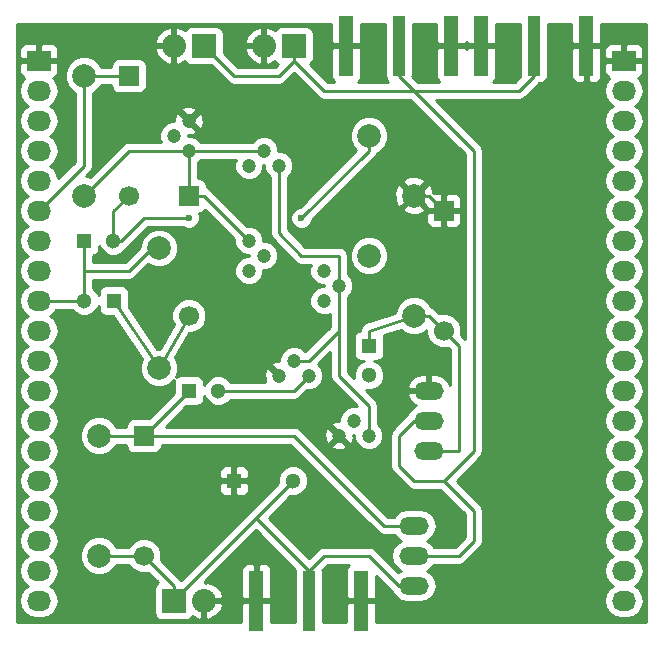
<source format=gbr>
G04 #@! TF.FileFunction,Copper,L1,Top,Signal*
%FSLAX46Y46*%
G04 Gerber Fmt 4.6, Leading zero omitted, Abs format (unit mm)*
G04 Created by KiCad (PCBNEW 4.0.3+e1-6302~38~ubuntu16.04.1-stable) date Thu Aug 25 17:18:38 2016*
%MOMM*%
%LPD*%
G01*
G04 APERTURE LIST*
%ADD10C,0.100000*%
%ADD11R,1.300000X1.300000*%
%ADD12C,1.300000*%
%ADD13C,1.699260*%
%ADD14R,1.699260X1.699260*%
%ADD15R,2.032000X2.032000*%
%ADD16O,2.032000X2.032000*%
%ADD17C,1.200000*%
%ADD18O,2.499360X1.501140*%
%ADD19C,1.998980*%
%ADD20R,1.270000X5.080000*%
%ADD21R,1.016000X5.080000*%
%ADD22R,2.032000X1.727200*%
%ADD23O,2.032000X1.727200*%
%ADD24C,0.600000*%
%ADD25C,0.250000*%
%ADD26C,0.254000*%
G04 APERTURE END LIST*
D10*
D11*
X48260000Y-101600000D03*
D12*
X45760000Y-101600000D03*
D11*
X54610000Y-109220000D03*
D12*
X57110000Y-109220000D03*
D11*
X58420000Y-116840000D03*
D12*
X63420000Y-116840000D03*
D11*
X69850000Y-105410000D03*
D12*
X69850000Y-107910000D03*
D11*
X45720000Y-96520000D03*
D12*
X48220000Y-96520000D03*
D13*
X54612540Y-102870520D03*
D14*
X54612540Y-92710520D03*
D13*
X49532540Y-92710520D03*
D14*
X49532540Y-82550520D03*
D15*
X53340000Y-127000000D03*
D16*
X55880000Y-127000000D03*
D15*
X55880000Y-80010000D03*
D16*
X53340000Y-80010000D03*
D17*
X59690000Y-99060000D03*
X60960000Y-97790000D03*
X59690000Y-96520000D03*
X54610000Y-86360000D03*
X53340000Y-87630000D03*
X54610000Y-88900000D03*
X62230000Y-90170000D03*
X60960000Y-88900000D03*
X59690000Y-90170000D03*
X69850000Y-113030000D03*
X68580000Y-111760000D03*
X67310000Y-113030000D03*
X66040000Y-101600000D03*
X67310000Y-100330000D03*
X66040000Y-99060000D03*
X64770000Y-107950000D03*
X63500000Y-106680000D03*
X62230000Y-107950000D03*
D18*
X74930000Y-111760000D03*
X74930000Y-114300000D03*
X74930000Y-109220000D03*
X73660000Y-123190000D03*
X73660000Y-120650000D03*
X73660000Y-125730000D03*
D19*
X45720000Y-82550000D03*
X45720000Y-92710000D03*
X52070000Y-107315000D03*
X52070000Y-97155000D03*
X46990000Y-113030000D03*
X46990000Y-123190000D03*
X73660000Y-92710000D03*
X73660000Y-102870000D03*
X69850000Y-87630000D03*
X69850000Y-97790000D03*
D13*
X76202540Y-104140520D03*
D14*
X76202540Y-93980520D03*
D13*
X50802540Y-123190520D03*
D14*
X50802540Y-113030520D03*
D15*
X63500000Y-80010000D03*
D16*
X60960000Y-80010000D03*
D20*
X76835000Y-80010000D03*
X67945000Y-80010000D03*
D21*
X72390000Y-80010000D03*
D20*
X60325000Y-127000000D03*
X69215000Y-127000000D03*
D21*
X64770000Y-127000000D03*
D20*
X88265000Y-80010000D03*
X79375000Y-80010000D03*
D21*
X83820000Y-80010000D03*
D22*
X41910000Y-81280000D03*
D23*
X41910000Y-83820000D03*
X41910000Y-86360000D03*
X41910000Y-88900000D03*
X41910000Y-91440000D03*
X41910000Y-93980000D03*
X41910000Y-96520000D03*
X41910000Y-99060000D03*
X41910000Y-101600000D03*
X41910000Y-104140000D03*
X41910000Y-106680000D03*
X41910000Y-109220000D03*
X41910000Y-111760000D03*
X41910000Y-114300000D03*
X41910000Y-116840000D03*
X41910000Y-119380000D03*
X41910000Y-121920000D03*
X41910000Y-124460000D03*
X41910000Y-127000000D03*
D22*
X91440000Y-81280000D03*
D23*
X91440000Y-83820000D03*
X91440000Y-86360000D03*
X91440000Y-88900000D03*
X91440000Y-91440000D03*
X91440000Y-93980000D03*
X91440000Y-96520000D03*
X91440000Y-99060000D03*
X91440000Y-101600000D03*
X91440000Y-104140000D03*
X91440000Y-106680000D03*
X91440000Y-109220000D03*
X91440000Y-111760000D03*
X91440000Y-114300000D03*
X91440000Y-116840000D03*
X91440000Y-119380000D03*
X91440000Y-121920000D03*
X91440000Y-124460000D03*
X91440000Y-127000000D03*
D24*
X64135000Y-94615000D03*
X54610000Y-94615000D03*
D25*
X52070000Y-107315000D02*
X52073060Y-107315000D01*
X52073060Y-107315000D02*
X54612540Y-102870520D01*
X48260000Y-101600000D02*
X52070000Y-107315000D01*
X53342540Y-87632540D02*
X53340000Y-87630000D01*
X41910000Y-101600000D02*
X45760000Y-101600000D01*
X45760000Y-99060000D02*
X49530000Y-99060000D01*
X52070000Y-96520000D02*
X52070000Y-97155000D01*
X49530000Y-99060000D02*
X52070000Y-96520000D01*
X45760000Y-101600000D02*
X45760000Y-99060000D01*
X45760000Y-99060000D02*
X45760000Y-96560000D01*
X45760000Y-96560000D02*
X45720000Y-96520000D01*
X50802540Y-113030520D02*
X63500520Y-113030520D01*
X71120000Y-120650000D02*
X73660000Y-120650000D01*
X63500520Y-113030520D02*
X71120000Y-120650000D01*
X50802540Y-113030520D02*
X50802540Y-113027460D01*
X50802540Y-113027460D02*
X54610000Y-109220000D01*
X46990000Y-113030000D02*
X50802020Y-113030000D01*
X50802020Y-113030000D02*
X50802540Y-113030520D01*
X69810000Y-107950000D02*
X69850000Y-107910000D01*
X57110000Y-109220000D02*
X63500000Y-109220000D01*
X63500000Y-109220000D02*
X64770000Y-107950000D01*
X73660000Y-92710000D02*
X74932020Y-92710000D01*
X74932020Y-92710000D02*
X76202540Y-93980520D01*
X73660000Y-125730000D02*
X72390000Y-125730000D01*
X66040000Y-123190000D02*
X64770000Y-124460000D01*
X69850000Y-123190000D02*
X66040000Y-123190000D01*
X72390000Y-125730000D02*
X69850000Y-123190000D01*
X64770000Y-124460000D02*
X64770000Y-127000000D01*
X64770000Y-124460000D02*
X60285000Y-119975000D01*
X53340000Y-127000000D02*
X53340000Y-126920000D01*
X53340000Y-126920000D02*
X60285000Y-119975000D01*
X60285000Y-119975000D02*
X63420000Y-116840000D01*
X50802540Y-123190520D02*
X46990520Y-123190520D01*
X46990520Y-123190520D02*
X46990000Y-123190000D01*
X53340000Y-127000000D02*
X53340000Y-125727980D01*
X53340000Y-125727980D02*
X50802540Y-123190520D01*
X76202540Y-104140520D02*
X76202540Y-104142540D01*
X76202540Y-104142540D02*
X77470000Y-105410000D01*
X77470000Y-114300000D02*
X74930000Y-114300000D01*
X77470000Y-105410000D02*
X77470000Y-114300000D01*
X73660000Y-102870000D02*
X74932020Y-102870000D01*
X74932020Y-102870000D02*
X76202540Y-104140520D01*
X69850000Y-105410000D02*
X69850000Y-104140000D01*
X69850000Y-104140000D02*
X73660000Y-102870000D01*
X69850000Y-87630000D02*
X69850000Y-88900000D01*
X69850000Y-88900000D02*
X64135000Y-94615000D01*
X48895000Y-96520000D02*
X48220000Y-96520000D01*
X50800000Y-94615000D02*
X48895000Y-96520000D01*
X54610000Y-94615000D02*
X50800000Y-94615000D01*
X48220000Y-96520000D02*
X48220000Y-94023060D01*
X48220000Y-94023060D02*
X49532540Y-92710520D01*
X54610000Y-88900000D02*
X60960000Y-88900000D01*
X45720000Y-92710000D02*
X49530000Y-88900000D01*
X49530000Y-88900000D02*
X54610000Y-88900000D01*
X54612540Y-92710520D02*
X54612540Y-88902540D01*
X54612540Y-88902540D02*
X54610000Y-88900000D01*
X54612540Y-92710520D02*
X55880520Y-92710520D01*
X55880520Y-92710520D02*
X59690000Y-96520000D01*
X41910000Y-93980000D02*
X45720000Y-90170000D01*
X45720000Y-90170000D02*
X45720000Y-82550000D01*
X45720000Y-82550000D02*
X49532020Y-82550000D01*
X49532020Y-82550000D02*
X49532540Y-82550520D01*
X76200000Y-116840000D02*
X78740000Y-114300000D01*
X78740000Y-88900000D02*
X73660000Y-83820000D01*
X78740000Y-114300000D02*
X78740000Y-88900000D01*
X74930000Y-111760000D02*
X73660000Y-111760000D01*
X77470000Y-123190000D02*
X73660000Y-123190000D01*
X78740000Y-121920000D02*
X77470000Y-123190000D01*
X78740000Y-119380000D02*
X78740000Y-121920000D01*
X76200000Y-116840000D02*
X78740000Y-119380000D01*
X73660000Y-116840000D02*
X76200000Y-116840000D01*
X72390000Y-115570000D02*
X73660000Y-116840000D01*
X72390000Y-113030000D02*
X72390000Y-115570000D01*
X73660000Y-111760000D02*
X72390000Y-113030000D01*
X73660000Y-83820000D02*
X78740000Y-83820000D01*
X82550000Y-83820000D02*
X83820000Y-82550000D01*
X78740000Y-83820000D02*
X82550000Y-83820000D01*
X83820000Y-82550000D02*
X83820000Y-80010000D01*
X66040000Y-83820000D02*
X73660000Y-83820000D01*
X63500000Y-81280000D02*
X66040000Y-83820000D01*
X72390000Y-82550000D02*
X73660000Y-83820000D01*
X63500000Y-80010000D02*
X63500000Y-81280000D01*
X55880000Y-80010000D02*
X58420000Y-82550000D01*
X62230000Y-82550000D02*
X63500000Y-81280000D01*
X58420000Y-82550000D02*
X62230000Y-82550000D01*
X72390000Y-80010000D02*
X72390000Y-82550000D01*
X83820000Y-82550000D02*
X83820000Y-80010000D01*
X72390000Y-80010000D02*
X72390000Y-81280000D01*
X55880000Y-80010000D02*
X55880000Y-80645000D01*
X62230000Y-90170000D02*
X62230000Y-95885000D01*
X67310000Y-97790000D02*
X67310000Y-100330000D01*
X64135000Y-97790000D02*
X67310000Y-97790000D01*
X62230000Y-95885000D02*
X64135000Y-97790000D01*
X69850000Y-113030000D02*
X69850000Y-110490000D01*
X67310000Y-107950000D02*
X67310000Y-104140000D01*
X69850000Y-110490000D02*
X67310000Y-107950000D01*
X63500000Y-106680000D02*
X64770000Y-106680000D01*
X67310000Y-104140000D02*
X67310000Y-100330000D01*
X64770000Y-106680000D02*
X67310000Y-104140000D01*
D26*
G36*
X66675000Y-79724250D02*
X66833750Y-79883000D01*
X67818000Y-79883000D01*
X67818000Y-79863000D01*
X68072000Y-79863000D01*
X68072000Y-79883000D01*
X69056250Y-79883000D01*
X69215000Y-79724250D01*
X69215000Y-78180000D01*
X71234560Y-78180000D01*
X71234560Y-82550000D01*
X71278838Y-82785317D01*
X71417910Y-83001441D01*
X71503614Y-83060000D01*
X68968025Y-83060000D01*
X69118327Y-82909699D01*
X69215000Y-82676310D01*
X69215000Y-80295750D01*
X69056250Y-80137000D01*
X68072000Y-80137000D01*
X68072000Y-80157000D01*
X67818000Y-80157000D01*
X67818000Y-80137000D01*
X66833750Y-80137000D01*
X66675000Y-80295750D01*
X66675000Y-82676310D01*
X66771673Y-82909699D01*
X66921975Y-83060000D01*
X66354802Y-83060000D01*
X64856366Y-81561564D01*
X64967441Y-81490090D01*
X65112431Y-81277890D01*
X65163440Y-81026000D01*
X65163440Y-78994000D01*
X65119162Y-78758683D01*
X64980090Y-78542559D01*
X64767890Y-78397569D01*
X64516000Y-78346560D01*
X62484000Y-78346560D01*
X62248683Y-78390838D01*
X62032559Y-78529910D01*
X61932144Y-78676872D01*
X61928379Y-78672812D01*
X61342946Y-78404017D01*
X61087000Y-78522633D01*
X61087000Y-79883000D01*
X61107000Y-79883000D01*
X61107000Y-80137000D01*
X61087000Y-80137000D01*
X61087000Y-81497367D01*
X61342946Y-81615983D01*
X61928379Y-81347188D01*
X61932934Y-81342276D01*
X62019910Y-81477441D01*
X62143388Y-81561810D01*
X61915198Y-81790000D01*
X58734802Y-81790000D01*
X57543440Y-80598638D01*
X57543440Y-80392944D01*
X59354025Y-80392944D01*
X59553615Y-80874818D01*
X59991621Y-81347188D01*
X60577054Y-81615983D01*
X60833000Y-81497367D01*
X60833000Y-80137000D01*
X59473164Y-80137000D01*
X59354025Y-80392944D01*
X57543440Y-80392944D01*
X57543440Y-79627056D01*
X59354025Y-79627056D01*
X59473164Y-79883000D01*
X60833000Y-79883000D01*
X60833000Y-78522633D01*
X60577054Y-78404017D01*
X59991621Y-78672812D01*
X59553615Y-79145182D01*
X59354025Y-79627056D01*
X57543440Y-79627056D01*
X57543440Y-78994000D01*
X57499162Y-78758683D01*
X57360090Y-78542559D01*
X57147890Y-78397569D01*
X56896000Y-78346560D01*
X54864000Y-78346560D01*
X54628683Y-78390838D01*
X54412559Y-78529910D01*
X54312144Y-78676872D01*
X54308379Y-78672812D01*
X53722946Y-78404017D01*
X53467000Y-78522633D01*
X53467000Y-79883000D01*
X53487000Y-79883000D01*
X53487000Y-80137000D01*
X53467000Y-80137000D01*
X53467000Y-81497367D01*
X53722946Y-81615983D01*
X54308379Y-81347188D01*
X54312934Y-81342276D01*
X54399910Y-81477441D01*
X54612110Y-81622431D01*
X54864000Y-81673440D01*
X56468638Y-81673440D01*
X57882599Y-83087401D01*
X58129160Y-83252148D01*
X58177414Y-83261746D01*
X58420000Y-83310000D01*
X62230000Y-83310000D01*
X62520839Y-83252148D01*
X62767401Y-83087401D01*
X63500000Y-82354802D01*
X65502599Y-84357401D01*
X65749160Y-84522148D01*
X65797414Y-84531746D01*
X66040000Y-84580000D01*
X73345198Y-84580000D01*
X77980000Y-89214802D01*
X77980000Y-104845198D01*
X77653175Y-104518373D01*
X77686912Y-104437127D01*
X77687428Y-103846504D01*
X77461882Y-103300643D01*
X77044614Y-102882646D01*
X76499147Y-102656148D01*
X75908524Y-102655632D01*
X75826391Y-102689569D01*
X75469421Y-102332599D01*
X75222859Y-102167852D01*
X75130837Y-102149547D01*
X75046462Y-101945345D01*
X74587073Y-101485154D01*
X73986547Y-101235794D01*
X73336306Y-101235226D01*
X72735345Y-101483538D01*
X72275154Y-101942927D01*
X72025794Y-102543453D01*
X72025733Y-102613646D01*
X69609667Y-103419001D01*
X69585943Y-103432525D01*
X69559161Y-103437852D01*
X69457878Y-103505527D01*
X69352047Y-103565855D01*
X69335304Y-103587428D01*
X69312599Y-103602599D01*
X69244921Y-103703887D01*
X69170236Y-103800118D01*
X69163024Y-103826455D01*
X69147852Y-103849161D01*
X69124085Y-103968644D01*
X69091913Y-104086125D01*
X69095328Y-104113215D01*
X69091393Y-104132996D01*
X68964683Y-104156838D01*
X68748559Y-104295910D01*
X68603569Y-104508110D01*
X68552560Y-104760000D01*
X68552560Y-106060000D01*
X68596838Y-106295317D01*
X68735910Y-106511441D01*
X68948110Y-106656431D01*
X69200000Y-106707440D01*
X69395460Y-106707440D01*
X69123057Y-106819995D01*
X68761265Y-107181155D01*
X68565223Y-107653276D01*
X68564807Y-108130005D01*
X68070000Y-107635198D01*
X68070000Y-101316356D01*
X68356371Y-101030485D01*
X68544785Y-100576734D01*
X68545214Y-100085421D01*
X68357592Y-99631343D01*
X68070000Y-99343248D01*
X68070000Y-98113694D01*
X68215226Y-98113694D01*
X68463538Y-98714655D01*
X68922927Y-99174846D01*
X69523453Y-99424206D01*
X70173694Y-99424774D01*
X70774655Y-99176462D01*
X71234846Y-98717073D01*
X71484206Y-98116547D01*
X71484774Y-97466306D01*
X71236462Y-96865345D01*
X70777073Y-96405154D01*
X70176547Y-96155794D01*
X69526306Y-96155226D01*
X68925345Y-96403538D01*
X68465154Y-96862927D01*
X68215794Y-97463453D01*
X68215226Y-98113694D01*
X68070000Y-98113694D01*
X68070000Y-97790000D01*
X68012148Y-97499161D01*
X67847401Y-97252599D01*
X67600839Y-97087852D01*
X67310000Y-97030000D01*
X64449802Y-97030000D01*
X62990000Y-95570198D01*
X62990000Y-94800167D01*
X63199838Y-94800167D01*
X63341883Y-95143943D01*
X63604673Y-95407192D01*
X63948201Y-95549838D01*
X64320167Y-95550162D01*
X64663943Y-95408117D01*
X64927192Y-95145327D01*
X65069838Y-94801799D01*
X65069879Y-94754923D01*
X65962639Y-93862163D01*
X72687443Y-93862163D01*
X72786042Y-94128965D01*
X73395582Y-94355401D01*
X74045377Y-94331341D01*
X74202472Y-94266270D01*
X74717910Y-94266270D01*
X74717910Y-94956459D01*
X74814583Y-95189848D01*
X74993211Y-95368477D01*
X75226600Y-95465150D01*
X75916790Y-95465150D01*
X76075540Y-95306400D01*
X76075540Y-94107520D01*
X76329540Y-94107520D01*
X76329540Y-95306400D01*
X76488290Y-95465150D01*
X77178480Y-95465150D01*
X77411869Y-95368477D01*
X77590497Y-95189848D01*
X77687170Y-94956459D01*
X77687170Y-94266270D01*
X77528420Y-94107520D01*
X76329540Y-94107520D01*
X76075540Y-94107520D01*
X74876660Y-94107520D01*
X74717910Y-94266270D01*
X74202472Y-94266270D01*
X74533958Y-94128965D01*
X74632557Y-93862163D01*
X73660000Y-92889605D01*
X72687443Y-93862163D01*
X65962639Y-93862163D01*
X67379220Y-92445582D01*
X72014599Y-92445582D01*
X72038659Y-93095377D01*
X72241035Y-93583958D01*
X72507837Y-93682557D01*
X73480395Y-92710000D01*
X73839605Y-92710000D01*
X74717910Y-93588304D01*
X74717910Y-93694770D01*
X74876660Y-93853520D01*
X76075540Y-93853520D01*
X76075540Y-92654640D01*
X76329540Y-92654640D01*
X76329540Y-93853520D01*
X77528420Y-93853520D01*
X77687170Y-93694770D01*
X77687170Y-93004581D01*
X77590497Y-92771192D01*
X77411869Y-92592563D01*
X77178480Y-92495890D01*
X76488290Y-92495890D01*
X76329540Y-92654640D01*
X76075540Y-92654640D01*
X75916790Y-92495890D01*
X75287683Y-92495890D01*
X75281341Y-92324623D01*
X75078965Y-91836042D01*
X74812163Y-91737443D01*
X73839605Y-92710000D01*
X73480395Y-92710000D01*
X72507837Y-91737443D01*
X72241035Y-91836042D01*
X72014599Y-92445582D01*
X67379220Y-92445582D01*
X68266965Y-91557837D01*
X72687443Y-91557837D01*
X73660000Y-92530395D01*
X74632557Y-91557837D01*
X74533958Y-91291035D01*
X73924418Y-91064599D01*
X73274623Y-91088659D01*
X72786042Y-91291035D01*
X72687443Y-91557837D01*
X68266965Y-91557837D01*
X70387402Y-89437401D01*
X70552148Y-89190839D01*
X70570015Y-89101018D01*
X70774655Y-89016462D01*
X71234846Y-88557073D01*
X71484206Y-87956547D01*
X71484774Y-87306306D01*
X71236462Y-86705345D01*
X70777073Y-86245154D01*
X70176547Y-85995794D01*
X69526306Y-85995226D01*
X68925345Y-86243538D01*
X68465154Y-86702927D01*
X68215794Y-87303453D01*
X68215226Y-87953694D01*
X68463538Y-88554655D01*
X68791754Y-88883444D01*
X63995320Y-93679878D01*
X63949833Y-93679838D01*
X63606057Y-93821883D01*
X63342808Y-94084673D01*
X63200162Y-94428201D01*
X63199838Y-94800167D01*
X62990000Y-94800167D01*
X62990000Y-91156356D01*
X63276371Y-90870485D01*
X63464785Y-90416734D01*
X63465214Y-89925421D01*
X63277592Y-89471343D01*
X62930485Y-89123629D01*
X62476734Y-88935215D01*
X62194970Y-88934969D01*
X62195214Y-88655421D01*
X62007592Y-88201343D01*
X61660485Y-87853629D01*
X61206734Y-87665215D01*
X60715421Y-87664786D01*
X60261343Y-87852408D01*
X59973248Y-88140000D01*
X55596356Y-88140000D01*
X55310485Y-87853629D01*
X54856734Y-87665215D01*
X54574970Y-87664969D01*
X54575027Y-87599521D01*
X54931413Y-87577482D01*
X55243617Y-87448164D01*
X55293130Y-87222735D01*
X54610000Y-86539605D01*
X54595858Y-86553748D01*
X54416253Y-86374143D01*
X54430395Y-86360000D01*
X54789605Y-86360000D01*
X55472735Y-87043130D01*
X55698164Y-86993617D01*
X55857807Y-86528964D01*
X55827482Y-86038587D01*
X55698164Y-85726383D01*
X55472735Y-85676870D01*
X54789605Y-86360000D01*
X54430395Y-86360000D01*
X53747265Y-85676870D01*
X53521836Y-85726383D01*
X53362193Y-86191036D01*
X53374808Y-86395030D01*
X53095421Y-86394786D01*
X52641343Y-86582408D01*
X52293629Y-86929515D01*
X52105215Y-87383266D01*
X52104786Y-87874579D01*
X52214456Y-88140000D01*
X49530000Y-88140000D01*
X49239161Y-88197852D01*
X48992599Y-88362599D01*
X46211083Y-91144115D01*
X46046547Y-91075794D01*
X45889145Y-91075657D01*
X46257401Y-90707401D01*
X46422148Y-90460839D01*
X46480000Y-90170000D01*
X46480000Y-85497265D01*
X53926870Y-85497265D01*
X54610000Y-86180395D01*
X55293130Y-85497265D01*
X55243617Y-85271836D01*
X54778964Y-85112193D01*
X54288587Y-85142518D01*
X53976383Y-85271836D01*
X53926870Y-85497265D01*
X46480000Y-85497265D01*
X46480000Y-84004496D01*
X46644655Y-83936462D01*
X47104846Y-83477073D01*
X47174221Y-83310000D01*
X48035470Y-83310000D01*
X48035470Y-83400150D01*
X48079748Y-83635467D01*
X48218820Y-83851591D01*
X48431020Y-83996581D01*
X48682910Y-84047590D01*
X50382170Y-84047590D01*
X50617487Y-84003312D01*
X50833611Y-83864240D01*
X50978601Y-83652040D01*
X51029610Y-83400150D01*
X51029610Y-81700890D01*
X50985332Y-81465573D01*
X50846260Y-81249449D01*
X50634060Y-81104459D01*
X50382170Y-81053450D01*
X48682910Y-81053450D01*
X48447593Y-81097728D01*
X48231469Y-81236800D01*
X48086479Y-81449000D01*
X48035470Y-81700890D01*
X48035470Y-81790000D01*
X47174496Y-81790000D01*
X47106462Y-81625345D01*
X46647073Y-81165154D01*
X46046547Y-80915794D01*
X45396306Y-80915226D01*
X44795345Y-81163538D01*
X44335154Y-81622927D01*
X44085794Y-82223453D01*
X44085226Y-82873694D01*
X44333538Y-83474655D01*
X44792927Y-83934846D01*
X44960000Y-84004221D01*
X44960000Y-89855198D01*
X43557152Y-91258046D01*
X43479271Y-90866511D01*
X43154415Y-90380330D01*
X42839634Y-90170000D01*
X43154415Y-89959670D01*
X43479271Y-89473489D01*
X43593345Y-88900000D01*
X43479271Y-88326511D01*
X43154415Y-87840330D01*
X42839634Y-87630000D01*
X43154415Y-87419670D01*
X43479271Y-86933489D01*
X43593345Y-86360000D01*
X43479271Y-85786511D01*
X43154415Y-85300330D01*
X42839634Y-85090000D01*
X43154415Y-84879670D01*
X43479271Y-84393489D01*
X43593345Y-83820000D01*
X43479271Y-83246511D01*
X43154415Y-82760330D01*
X43132220Y-82745500D01*
X43285699Y-82681927D01*
X43464327Y-82503298D01*
X43561000Y-82269909D01*
X43561000Y-81565750D01*
X43402250Y-81407000D01*
X42037000Y-81407000D01*
X42037000Y-81427000D01*
X41783000Y-81427000D01*
X41783000Y-81407000D01*
X40417750Y-81407000D01*
X40259000Y-81565750D01*
X40259000Y-82269909D01*
X40355673Y-82503298D01*
X40534301Y-82681927D01*
X40687780Y-82745500D01*
X40665585Y-82760330D01*
X40340729Y-83246511D01*
X40226655Y-83820000D01*
X40340729Y-84393489D01*
X40665585Y-84879670D01*
X40980366Y-85090000D01*
X40665585Y-85300330D01*
X40340729Y-85786511D01*
X40226655Y-86360000D01*
X40340729Y-86933489D01*
X40665585Y-87419670D01*
X40980366Y-87630000D01*
X40665585Y-87840330D01*
X40340729Y-88326511D01*
X40226655Y-88900000D01*
X40340729Y-89473489D01*
X40665585Y-89959670D01*
X40980366Y-90170000D01*
X40665585Y-90380330D01*
X40340729Y-90866511D01*
X40226655Y-91440000D01*
X40340729Y-92013489D01*
X40665585Y-92499670D01*
X40980366Y-92710000D01*
X40665585Y-92920330D01*
X40340729Y-93406511D01*
X40226655Y-93980000D01*
X40340729Y-94553489D01*
X40665585Y-95039670D01*
X40980366Y-95250000D01*
X40665585Y-95460330D01*
X40340729Y-95946511D01*
X40226655Y-96520000D01*
X40340729Y-97093489D01*
X40665585Y-97579670D01*
X40980366Y-97790000D01*
X40665585Y-98000330D01*
X40340729Y-98486511D01*
X40226655Y-99060000D01*
X40340729Y-99633489D01*
X40665585Y-100119670D01*
X40980366Y-100330000D01*
X40665585Y-100540330D01*
X40340729Y-101026511D01*
X40226655Y-101600000D01*
X40340729Y-102173489D01*
X40665585Y-102659670D01*
X40980366Y-102870000D01*
X40665585Y-103080330D01*
X40340729Y-103566511D01*
X40226655Y-104140000D01*
X40340729Y-104713489D01*
X40665585Y-105199670D01*
X40980366Y-105410000D01*
X40665585Y-105620330D01*
X40340729Y-106106511D01*
X40226655Y-106680000D01*
X40340729Y-107253489D01*
X40665585Y-107739670D01*
X40980366Y-107950000D01*
X40665585Y-108160330D01*
X40340729Y-108646511D01*
X40226655Y-109220000D01*
X40340729Y-109793489D01*
X40665585Y-110279670D01*
X40980366Y-110490000D01*
X40665585Y-110700330D01*
X40340729Y-111186511D01*
X40226655Y-111760000D01*
X40340729Y-112333489D01*
X40665585Y-112819670D01*
X40980366Y-113030000D01*
X40665585Y-113240330D01*
X40340729Y-113726511D01*
X40226655Y-114300000D01*
X40340729Y-114873489D01*
X40665585Y-115359670D01*
X40980366Y-115570000D01*
X40665585Y-115780330D01*
X40340729Y-116266511D01*
X40226655Y-116840000D01*
X40340729Y-117413489D01*
X40665585Y-117899670D01*
X40980366Y-118110000D01*
X40665585Y-118320330D01*
X40340729Y-118806511D01*
X40226655Y-119380000D01*
X40340729Y-119953489D01*
X40665585Y-120439670D01*
X40980366Y-120650000D01*
X40665585Y-120860330D01*
X40340729Y-121346511D01*
X40226655Y-121920000D01*
X40340729Y-122493489D01*
X40665585Y-122979670D01*
X40980366Y-123190000D01*
X40665585Y-123400330D01*
X40340729Y-123886511D01*
X40226655Y-124460000D01*
X40340729Y-125033489D01*
X40665585Y-125519670D01*
X40980366Y-125730000D01*
X40665585Y-125940330D01*
X40340729Y-126426511D01*
X40226655Y-127000000D01*
X40340729Y-127573489D01*
X40665585Y-128059670D01*
X41151766Y-128384526D01*
X41725255Y-128498600D01*
X42094745Y-128498600D01*
X42668234Y-128384526D01*
X43154415Y-128059670D01*
X43479271Y-127573489D01*
X43593345Y-127000000D01*
X43479271Y-126426511D01*
X43154415Y-125940330D01*
X42839634Y-125730000D01*
X43154415Y-125519670D01*
X43479271Y-125033489D01*
X43593345Y-124460000D01*
X43479271Y-123886511D01*
X43154415Y-123400330D01*
X42839634Y-123190000D01*
X43154415Y-122979670D01*
X43479271Y-122493489D01*
X43593345Y-121920000D01*
X43479271Y-121346511D01*
X43154415Y-120860330D01*
X42839634Y-120650000D01*
X43154415Y-120439670D01*
X43479271Y-119953489D01*
X43593345Y-119380000D01*
X43479271Y-118806511D01*
X43154415Y-118320330D01*
X42839634Y-118110000D01*
X43154415Y-117899670D01*
X43479271Y-117413489D01*
X43536505Y-117125750D01*
X57135000Y-117125750D01*
X57135000Y-117616310D01*
X57231673Y-117849699D01*
X57410302Y-118028327D01*
X57643691Y-118125000D01*
X58134250Y-118125000D01*
X58293000Y-117966250D01*
X58293000Y-116967000D01*
X58547000Y-116967000D01*
X58547000Y-117966250D01*
X58705750Y-118125000D01*
X59196309Y-118125000D01*
X59429698Y-118028327D01*
X59608327Y-117849699D01*
X59705000Y-117616310D01*
X59705000Y-117125750D01*
X59546250Y-116967000D01*
X58547000Y-116967000D01*
X58293000Y-116967000D01*
X57293750Y-116967000D01*
X57135000Y-117125750D01*
X43536505Y-117125750D01*
X43593345Y-116840000D01*
X43479271Y-116266511D01*
X43343751Y-116063690D01*
X57135000Y-116063690D01*
X57135000Y-116554250D01*
X57293750Y-116713000D01*
X58293000Y-116713000D01*
X58293000Y-115713750D01*
X58547000Y-115713750D01*
X58547000Y-116713000D01*
X59546250Y-116713000D01*
X59705000Y-116554250D01*
X59705000Y-116063690D01*
X59608327Y-115830301D01*
X59429698Y-115651673D01*
X59196309Y-115555000D01*
X58705750Y-115555000D01*
X58547000Y-115713750D01*
X58293000Y-115713750D01*
X58134250Y-115555000D01*
X57643691Y-115555000D01*
X57410302Y-115651673D01*
X57231673Y-115830301D01*
X57135000Y-116063690D01*
X43343751Y-116063690D01*
X43154415Y-115780330D01*
X42839634Y-115570000D01*
X43154415Y-115359670D01*
X43479271Y-114873489D01*
X43593345Y-114300000D01*
X43479271Y-113726511D01*
X43154415Y-113240330D01*
X42839634Y-113030000D01*
X43154415Y-112819670D01*
X43479271Y-112333489D01*
X43593345Y-111760000D01*
X43479271Y-111186511D01*
X43154415Y-110700330D01*
X42839634Y-110490000D01*
X43154415Y-110279670D01*
X43479271Y-109793489D01*
X43593345Y-109220000D01*
X43479271Y-108646511D01*
X43154415Y-108160330D01*
X42839634Y-107950000D01*
X43154415Y-107739670D01*
X43479271Y-107253489D01*
X43593345Y-106680000D01*
X43479271Y-106106511D01*
X43154415Y-105620330D01*
X42839634Y-105410000D01*
X43154415Y-105199670D01*
X43479271Y-104713489D01*
X43593345Y-104140000D01*
X43479271Y-103566511D01*
X43154415Y-103080330D01*
X42839634Y-102870000D01*
X43154415Y-102659670D01*
X43354648Y-102360000D01*
X44702994Y-102360000D01*
X45031155Y-102688735D01*
X45503276Y-102884777D01*
X46014481Y-102885223D01*
X46486943Y-102690005D01*
X46848735Y-102328845D01*
X46962560Y-102054724D01*
X46962560Y-102250000D01*
X47006838Y-102485317D01*
X47145910Y-102701441D01*
X47358110Y-102846431D01*
X47610000Y-102897440D01*
X48211554Y-102897440D01*
X50628885Y-106523437D01*
X50435794Y-106988453D01*
X50435226Y-107638694D01*
X50683538Y-108239655D01*
X51142927Y-108699846D01*
X51743453Y-108949206D01*
X52393694Y-108949774D01*
X52994655Y-108701462D01*
X53359741Y-108337012D01*
X53312560Y-108570000D01*
X53312560Y-109442638D01*
X51221748Y-111533450D01*
X49952910Y-111533450D01*
X49717593Y-111577728D01*
X49501469Y-111716800D01*
X49356479Y-111929000D01*
X49305470Y-112180890D01*
X49305470Y-112270000D01*
X48444496Y-112270000D01*
X48376462Y-112105345D01*
X47917073Y-111645154D01*
X47316547Y-111395794D01*
X46666306Y-111395226D01*
X46065345Y-111643538D01*
X45605154Y-112102927D01*
X45355794Y-112703453D01*
X45355226Y-113353694D01*
X45603538Y-113954655D01*
X46062927Y-114414846D01*
X46663453Y-114664206D01*
X47313694Y-114664774D01*
X47914655Y-114416462D01*
X48374846Y-113957073D01*
X48444221Y-113790000D01*
X49305470Y-113790000D01*
X49305470Y-113880150D01*
X49349748Y-114115467D01*
X49488820Y-114331591D01*
X49701020Y-114476581D01*
X49952910Y-114527590D01*
X51652170Y-114527590D01*
X51887487Y-114483312D01*
X52103611Y-114344240D01*
X52248601Y-114132040D01*
X52299610Y-113880150D01*
X52299610Y-113790520D01*
X63185718Y-113790520D01*
X70582599Y-121187401D01*
X70829161Y-121352148D01*
X71120000Y-121410000D01*
X71997391Y-121410000D01*
X72144221Y-121629746D01*
X72578616Y-121920000D01*
X72144221Y-122210254D01*
X71843867Y-122659765D01*
X71738397Y-123190000D01*
X71843867Y-123720235D01*
X72144221Y-124169746D01*
X72578616Y-124460000D01*
X72348537Y-124613735D01*
X70387401Y-122652599D01*
X70140839Y-122487852D01*
X69850000Y-122430000D01*
X66040000Y-122430000D01*
X65749160Y-122487852D01*
X65502599Y-122652599D01*
X64770000Y-123385198D01*
X61359802Y-119975000D01*
X63209984Y-118124818D01*
X63674481Y-118125223D01*
X64146943Y-117930005D01*
X64508735Y-117568845D01*
X64704777Y-117096724D01*
X64705223Y-116585519D01*
X64510005Y-116113057D01*
X64148845Y-115751265D01*
X63676724Y-115555223D01*
X63165519Y-115554777D01*
X62693057Y-115749995D01*
X62331265Y-116111155D01*
X62135223Y-116583276D01*
X62134815Y-117050383D01*
X53924352Y-125260846D01*
X53877401Y-125190579D01*
X52253768Y-123566946D01*
X52286912Y-123487127D01*
X52287428Y-122896504D01*
X52061882Y-122350643D01*
X51644614Y-121932646D01*
X51099147Y-121706148D01*
X50508524Y-121705632D01*
X49962663Y-121931178D01*
X49544666Y-122348446D01*
X49510586Y-122430520D01*
X48444711Y-122430520D01*
X48376462Y-122265345D01*
X47917073Y-121805154D01*
X47316547Y-121555794D01*
X46666306Y-121555226D01*
X46065345Y-121803538D01*
X45605154Y-122262927D01*
X45355794Y-122863453D01*
X45355226Y-123513694D01*
X45603538Y-124114655D01*
X46062927Y-124574846D01*
X46663453Y-124824206D01*
X47313694Y-124824774D01*
X47914655Y-124576462D01*
X48374846Y-124117073D01*
X48444005Y-123950520D01*
X49510193Y-123950520D01*
X49543198Y-124030397D01*
X49960466Y-124448394D01*
X50505933Y-124674892D01*
X51096556Y-124675408D01*
X51178689Y-124641471D01*
X51984863Y-125447645D01*
X51872559Y-125519910D01*
X51727569Y-125732110D01*
X51676560Y-125984000D01*
X51676560Y-128016000D01*
X51720838Y-128251317D01*
X51859910Y-128467441D01*
X52072110Y-128612431D01*
X52324000Y-128663440D01*
X54356000Y-128663440D01*
X54591317Y-128619162D01*
X54807441Y-128480090D01*
X54907856Y-128333128D01*
X54911621Y-128337188D01*
X55497054Y-128605983D01*
X55753000Y-128487367D01*
X55753000Y-127127000D01*
X56007000Y-127127000D01*
X56007000Y-128487367D01*
X56262946Y-128605983D01*
X56848379Y-128337188D01*
X57286385Y-127864818D01*
X57485975Y-127382944D01*
X57366836Y-127127000D01*
X56007000Y-127127000D01*
X55753000Y-127127000D01*
X55733000Y-127127000D01*
X55733000Y-126873000D01*
X55753000Y-126873000D01*
X55753000Y-126853000D01*
X56007000Y-126853000D01*
X56007000Y-126873000D01*
X57366836Y-126873000D01*
X57485975Y-126617056D01*
X57286385Y-126135182D01*
X56848379Y-125662812D01*
X56262946Y-125394017D01*
X56007002Y-125512632D01*
X56007002Y-125349000D01*
X55985802Y-125349000D01*
X57001112Y-124333690D01*
X59055000Y-124333690D01*
X59055000Y-126714250D01*
X59213750Y-126873000D01*
X60198000Y-126873000D01*
X60198000Y-123983750D01*
X60452000Y-123983750D01*
X60452000Y-126873000D01*
X61436250Y-126873000D01*
X61595000Y-126714250D01*
X61595000Y-124333690D01*
X61498327Y-124100301D01*
X61319698Y-123921673D01*
X61086309Y-123825000D01*
X60610750Y-123825000D01*
X60452000Y-123983750D01*
X60198000Y-123983750D01*
X60039250Y-123825000D01*
X59563691Y-123825000D01*
X59330302Y-123921673D01*
X59151673Y-124100301D01*
X59055000Y-124333690D01*
X57001112Y-124333690D01*
X60285000Y-121049802D01*
X63628140Y-124392942D01*
X63614560Y-124460000D01*
X63614560Y-128830000D01*
X61595000Y-128830000D01*
X61595000Y-127285750D01*
X61436250Y-127127000D01*
X60452000Y-127127000D01*
X60452000Y-127147000D01*
X60198000Y-127147000D01*
X60198000Y-127127000D01*
X59213750Y-127127000D01*
X59055000Y-127285750D01*
X59055000Y-128830000D01*
X40080000Y-128830000D01*
X40080000Y-80290091D01*
X40259000Y-80290091D01*
X40259000Y-80994250D01*
X40417750Y-81153000D01*
X41783000Y-81153000D01*
X41783000Y-79940150D01*
X42037000Y-79940150D01*
X42037000Y-81153000D01*
X43402250Y-81153000D01*
X43561000Y-80994250D01*
X43561000Y-80392944D01*
X51734025Y-80392944D01*
X51933615Y-80874818D01*
X52371621Y-81347188D01*
X52957054Y-81615983D01*
X53213000Y-81497367D01*
X53213000Y-80137000D01*
X51853164Y-80137000D01*
X51734025Y-80392944D01*
X43561000Y-80392944D01*
X43561000Y-80290091D01*
X43464327Y-80056702D01*
X43285699Y-79878073D01*
X43052310Y-79781400D01*
X42195750Y-79781400D01*
X42037000Y-79940150D01*
X41783000Y-79940150D01*
X41624250Y-79781400D01*
X40767690Y-79781400D01*
X40534301Y-79878073D01*
X40355673Y-80056702D01*
X40259000Y-80290091D01*
X40080000Y-80290091D01*
X40080000Y-79627056D01*
X51734025Y-79627056D01*
X51853164Y-79883000D01*
X53213000Y-79883000D01*
X53213000Y-78522633D01*
X52957054Y-78404017D01*
X52371621Y-78672812D01*
X51933615Y-79145182D01*
X51734025Y-79627056D01*
X40080000Y-79627056D01*
X40080000Y-78180000D01*
X66675000Y-78180000D01*
X66675000Y-79724250D01*
X66675000Y-79724250D01*
G37*
X66675000Y-79724250D02*
X66833750Y-79883000D01*
X67818000Y-79883000D01*
X67818000Y-79863000D01*
X68072000Y-79863000D01*
X68072000Y-79883000D01*
X69056250Y-79883000D01*
X69215000Y-79724250D01*
X69215000Y-78180000D01*
X71234560Y-78180000D01*
X71234560Y-82550000D01*
X71278838Y-82785317D01*
X71417910Y-83001441D01*
X71503614Y-83060000D01*
X68968025Y-83060000D01*
X69118327Y-82909699D01*
X69215000Y-82676310D01*
X69215000Y-80295750D01*
X69056250Y-80137000D01*
X68072000Y-80137000D01*
X68072000Y-80157000D01*
X67818000Y-80157000D01*
X67818000Y-80137000D01*
X66833750Y-80137000D01*
X66675000Y-80295750D01*
X66675000Y-82676310D01*
X66771673Y-82909699D01*
X66921975Y-83060000D01*
X66354802Y-83060000D01*
X64856366Y-81561564D01*
X64967441Y-81490090D01*
X65112431Y-81277890D01*
X65163440Y-81026000D01*
X65163440Y-78994000D01*
X65119162Y-78758683D01*
X64980090Y-78542559D01*
X64767890Y-78397569D01*
X64516000Y-78346560D01*
X62484000Y-78346560D01*
X62248683Y-78390838D01*
X62032559Y-78529910D01*
X61932144Y-78676872D01*
X61928379Y-78672812D01*
X61342946Y-78404017D01*
X61087000Y-78522633D01*
X61087000Y-79883000D01*
X61107000Y-79883000D01*
X61107000Y-80137000D01*
X61087000Y-80137000D01*
X61087000Y-81497367D01*
X61342946Y-81615983D01*
X61928379Y-81347188D01*
X61932934Y-81342276D01*
X62019910Y-81477441D01*
X62143388Y-81561810D01*
X61915198Y-81790000D01*
X58734802Y-81790000D01*
X57543440Y-80598638D01*
X57543440Y-80392944D01*
X59354025Y-80392944D01*
X59553615Y-80874818D01*
X59991621Y-81347188D01*
X60577054Y-81615983D01*
X60833000Y-81497367D01*
X60833000Y-80137000D01*
X59473164Y-80137000D01*
X59354025Y-80392944D01*
X57543440Y-80392944D01*
X57543440Y-79627056D01*
X59354025Y-79627056D01*
X59473164Y-79883000D01*
X60833000Y-79883000D01*
X60833000Y-78522633D01*
X60577054Y-78404017D01*
X59991621Y-78672812D01*
X59553615Y-79145182D01*
X59354025Y-79627056D01*
X57543440Y-79627056D01*
X57543440Y-78994000D01*
X57499162Y-78758683D01*
X57360090Y-78542559D01*
X57147890Y-78397569D01*
X56896000Y-78346560D01*
X54864000Y-78346560D01*
X54628683Y-78390838D01*
X54412559Y-78529910D01*
X54312144Y-78676872D01*
X54308379Y-78672812D01*
X53722946Y-78404017D01*
X53467000Y-78522633D01*
X53467000Y-79883000D01*
X53487000Y-79883000D01*
X53487000Y-80137000D01*
X53467000Y-80137000D01*
X53467000Y-81497367D01*
X53722946Y-81615983D01*
X54308379Y-81347188D01*
X54312934Y-81342276D01*
X54399910Y-81477441D01*
X54612110Y-81622431D01*
X54864000Y-81673440D01*
X56468638Y-81673440D01*
X57882599Y-83087401D01*
X58129160Y-83252148D01*
X58177414Y-83261746D01*
X58420000Y-83310000D01*
X62230000Y-83310000D01*
X62520839Y-83252148D01*
X62767401Y-83087401D01*
X63500000Y-82354802D01*
X65502599Y-84357401D01*
X65749160Y-84522148D01*
X65797414Y-84531746D01*
X66040000Y-84580000D01*
X73345198Y-84580000D01*
X77980000Y-89214802D01*
X77980000Y-104845198D01*
X77653175Y-104518373D01*
X77686912Y-104437127D01*
X77687428Y-103846504D01*
X77461882Y-103300643D01*
X77044614Y-102882646D01*
X76499147Y-102656148D01*
X75908524Y-102655632D01*
X75826391Y-102689569D01*
X75469421Y-102332599D01*
X75222859Y-102167852D01*
X75130837Y-102149547D01*
X75046462Y-101945345D01*
X74587073Y-101485154D01*
X73986547Y-101235794D01*
X73336306Y-101235226D01*
X72735345Y-101483538D01*
X72275154Y-101942927D01*
X72025794Y-102543453D01*
X72025733Y-102613646D01*
X69609667Y-103419001D01*
X69585943Y-103432525D01*
X69559161Y-103437852D01*
X69457878Y-103505527D01*
X69352047Y-103565855D01*
X69335304Y-103587428D01*
X69312599Y-103602599D01*
X69244921Y-103703887D01*
X69170236Y-103800118D01*
X69163024Y-103826455D01*
X69147852Y-103849161D01*
X69124085Y-103968644D01*
X69091913Y-104086125D01*
X69095328Y-104113215D01*
X69091393Y-104132996D01*
X68964683Y-104156838D01*
X68748559Y-104295910D01*
X68603569Y-104508110D01*
X68552560Y-104760000D01*
X68552560Y-106060000D01*
X68596838Y-106295317D01*
X68735910Y-106511441D01*
X68948110Y-106656431D01*
X69200000Y-106707440D01*
X69395460Y-106707440D01*
X69123057Y-106819995D01*
X68761265Y-107181155D01*
X68565223Y-107653276D01*
X68564807Y-108130005D01*
X68070000Y-107635198D01*
X68070000Y-101316356D01*
X68356371Y-101030485D01*
X68544785Y-100576734D01*
X68545214Y-100085421D01*
X68357592Y-99631343D01*
X68070000Y-99343248D01*
X68070000Y-98113694D01*
X68215226Y-98113694D01*
X68463538Y-98714655D01*
X68922927Y-99174846D01*
X69523453Y-99424206D01*
X70173694Y-99424774D01*
X70774655Y-99176462D01*
X71234846Y-98717073D01*
X71484206Y-98116547D01*
X71484774Y-97466306D01*
X71236462Y-96865345D01*
X70777073Y-96405154D01*
X70176547Y-96155794D01*
X69526306Y-96155226D01*
X68925345Y-96403538D01*
X68465154Y-96862927D01*
X68215794Y-97463453D01*
X68215226Y-98113694D01*
X68070000Y-98113694D01*
X68070000Y-97790000D01*
X68012148Y-97499161D01*
X67847401Y-97252599D01*
X67600839Y-97087852D01*
X67310000Y-97030000D01*
X64449802Y-97030000D01*
X62990000Y-95570198D01*
X62990000Y-94800167D01*
X63199838Y-94800167D01*
X63341883Y-95143943D01*
X63604673Y-95407192D01*
X63948201Y-95549838D01*
X64320167Y-95550162D01*
X64663943Y-95408117D01*
X64927192Y-95145327D01*
X65069838Y-94801799D01*
X65069879Y-94754923D01*
X65962639Y-93862163D01*
X72687443Y-93862163D01*
X72786042Y-94128965D01*
X73395582Y-94355401D01*
X74045377Y-94331341D01*
X74202472Y-94266270D01*
X74717910Y-94266270D01*
X74717910Y-94956459D01*
X74814583Y-95189848D01*
X74993211Y-95368477D01*
X75226600Y-95465150D01*
X75916790Y-95465150D01*
X76075540Y-95306400D01*
X76075540Y-94107520D01*
X76329540Y-94107520D01*
X76329540Y-95306400D01*
X76488290Y-95465150D01*
X77178480Y-95465150D01*
X77411869Y-95368477D01*
X77590497Y-95189848D01*
X77687170Y-94956459D01*
X77687170Y-94266270D01*
X77528420Y-94107520D01*
X76329540Y-94107520D01*
X76075540Y-94107520D01*
X74876660Y-94107520D01*
X74717910Y-94266270D01*
X74202472Y-94266270D01*
X74533958Y-94128965D01*
X74632557Y-93862163D01*
X73660000Y-92889605D01*
X72687443Y-93862163D01*
X65962639Y-93862163D01*
X67379220Y-92445582D01*
X72014599Y-92445582D01*
X72038659Y-93095377D01*
X72241035Y-93583958D01*
X72507837Y-93682557D01*
X73480395Y-92710000D01*
X73839605Y-92710000D01*
X74717910Y-93588304D01*
X74717910Y-93694770D01*
X74876660Y-93853520D01*
X76075540Y-93853520D01*
X76075540Y-92654640D01*
X76329540Y-92654640D01*
X76329540Y-93853520D01*
X77528420Y-93853520D01*
X77687170Y-93694770D01*
X77687170Y-93004581D01*
X77590497Y-92771192D01*
X77411869Y-92592563D01*
X77178480Y-92495890D01*
X76488290Y-92495890D01*
X76329540Y-92654640D01*
X76075540Y-92654640D01*
X75916790Y-92495890D01*
X75287683Y-92495890D01*
X75281341Y-92324623D01*
X75078965Y-91836042D01*
X74812163Y-91737443D01*
X73839605Y-92710000D01*
X73480395Y-92710000D01*
X72507837Y-91737443D01*
X72241035Y-91836042D01*
X72014599Y-92445582D01*
X67379220Y-92445582D01*
X68266965Y-91557837D01*
X72687443Y-91557837D01*
X73660000Y-92530395D01*
X74632557Y-91557837D01*
X74533958Y-91291035D01*
X73924418Y-91064599D01*
X73274623Y-91088659D01*
X72786042Y-91291035D01*
X72687443Y-91557837D01*
X68266965Y-91557837D01*
X70387402Y-89437401D01*
X70552148Y-89190839D01*
X70570015Y-89101018D01*
X70774655Y-89016462D01*
X71234846Y-88557073D01*
X71484206Y-87956547D01*
X71484774Y-87306306D01*
X71236462Y-86705345D01*
X70777073Y-86245154D01*
X70176547Y-85995794D01*
X69526306Y-85995226D01*
X68925345Y-86243538D01*
X68465154Y-86702927D01*
X68215794Y-87303453D01*
X68215226Y-87953694D01*
X68463538Y-88554655D01*
X68791754Y-88883444D01*
X63995320Y-93679878D01*
X63949833Y-93679838D01*
X63606057Y-93821883D01*
X63342808Y-94084673D01*
X63200162Y-94428201D01*
X63199838Y-94800167D01*
X62990000Y-94800167D01*
X62990000Y-91156356D01*
X63276371Y-90870485D01*
X63464785Y-90416734D01*
X63465214Y-89925421D01*
X63277592Y-89471343D01*
X62930485Y-89123629D01*
X62476734Y-88935215D01*
X62194970Y-88934969D01*
X62195214Y-88655421D01*
X62007592Y-88201343D01*
X61660485Y-87853629D01*
X61206734Y-87665215D01*
X60715421Y-87664786D01*
X60261343Y-87852408D01*
X59973248Y-88140000D01*
X55596356Y-88140000D01*
X55310485Y-87853629D01*
X54856734Y-87665215D01*
X54574970Y-87664969D01*
X54575027Y-87599521D01*
X54931413Y-87577482D01*
X55243617Y-87448164D01*
X55293130Y-87222735D01*
X54610000Y-86539605D01*
X54595858Y-86553748D01*
X54416253Y-86374143D01*
X54430395Y-86360000D01*
X54789605Y-86360000D01*
X55472735Y-87043130D01*
X55698164Y-86993617D01*
X55857807Y-86528964D01*
X55827482Y-86038587D01*
X55698164Y-85726383D01*
X55472735Y-85676870D01*
X54789605Y-86360000D01*
X54430395Y-86360000D01*
X53747265Y-85676870D01*
X53521836Y-85726383D01*
X53362193Y-86191036D01*
X53374808Y-86395030D01*
X53095421Y-86394786D01*
X52641343Y-86582408D01*
X52293629Y-86929515D01*
X52105215Y-87383266D01*
X52104786Y-87874579D01*
X52214456Y-88140000D01*
X49530000Y-88140000D01*
X49239161Y-88197852D01*
X48992599Y-88362599D01*
X46211083Y-91144115D01*
X46046547Y-91075794D01*
X45889145Y-91075657D01*
X46257401Y-90707401D01*
X46422148Y-90460839D01*
X46480000Y-90170000D01*
X46480000Y-85497265D01*
X53926870Y-85497265D01*
X54610000Y-86180395D01*
X55293130Y-85497265D01*
X55243617Y-85271836D01*
X54778964Y-85112193D01*
X54288587Y-85142518D01*
X53976383Y-85271836D01*
X53926870Y-85497265D01*
X46480000Y-85497265D01*
X46480000Y-84004496D01*
X46644655Y-83936462D01*
X47104846Y-83477073D01*
X47174221Y-83310000D01*
X48035470Y-83310000D01*
X48035470Y-83400150D01*
X48079748Y-83635467D01*
X48218820Y-83851591D01*
X48431020Y-83996581D01*
X48682910Y-84047590D01*
X50382170Y-84047590D01*
X50617487Y-84003312D01*
X50833611Y-83864240D01*
X50978601Y-83652040D01*
X51029610Y-83400150D01*
X51029610Y-81700890D01*
X50985332Y-81465573D01*
X50846260Y-81249449D01*
X50634060Y-81104459D01*
X50382170Y-81053450D01*
X48682910Y-81053450D01*
X48447593Y-81097728D01*
X48231469Y-81236800D01*
X48086479Y-81449000D01*
X48035470Y-81700890D01*
X48035470Y-81790000D01*
X47174496Y-81790000D01*
X47106462Y-81625345D01*
X46647073Y-81165154D01*
X46046547Y-80915794D01*
X45396306Y-80915226D01*
X44795345Y-81163538D01*
X44335154Y-81622927D01*
X44085794Y-82223453D01*
X44085226Y-82873694D01*
X44333538Y-83474655D01*
X44792927Y-83934846D01*
X44960000Y-84004221D01*
X44960000Y-89855198D01*
X43557152Y-91258046D01*
X43479271Y-90866511D01*
X43154415Y-90380330D01*
X42839634Y-90170000D01*
X43154415Y-89959670D01*
X43479271Y-89473489D01*
X43593345Y-88900000D01*
X43479271Y-88326511D01*
X43154415Y-87840330D01*
X42839634Y-87630000D01*
X43154415Y-87419670D01*
X43479271Y-86933489D01*
X43593345Y-86360000D01*
X43479271Y-85786511D01*
X43154415Y-85300330D01*
X42839634Y-85090000D01*
X43154415Y-84879670D01*
X43479271Y-84393489D01*
X43593345Y-83820000D01*
X43479271Y-83246511D01*
X43154415Y-82760330D01*
X43132220Y-82745500D01*
X43285699Y-82681927D01*
X43464327Y-82503298D01*
X43561000Y-82269909D01*
X43561000Y-81565750D01*
X43402250Y-81407000D01*
X42037000Y-81407000D01*
X42037000Y-81427000D01*
X41783000Y-81427000D01*
X41783000Y-81407000D01*
X40417750Y-81407000D01*
X40259000Y-81565750D01*
X40259000Y-82269909D01*
X40355673Y-82503298D01*
X40534301Y-82681927D01*
X40687780Y-82745500D01*
X40665585Y-82760330D01*
X40340729Y-83246511D01*
X40226655Y-83820000D01*
X40340729Y-84393489D01*
X40665585Y-84879670D01*
X40980366Y-85090000D01*
X40665585Y-85300330D01*
X40340729Y-85786511D01*
X40226655Y-86360000D01*
X40340729Y-86933489D01*
X40665585Y-87419670D01*
X40980366Y-87630000D01*
X40665585Y-87840330D01*
X40340729Y-88326511D01*
X40226655Y-88900000D01*
X40340729Y-89473489D01*
X40665585Y-89959670D01*
X40980366Y-90170000D01*
X40665585Y-90380330D01*
X40340729Y-90866511D01*
X40226655Y-91440000D01*
X40340729Y-92013489D01*
X40665585Y-92499670D01*
X40980366Y-92710000D01*
X40665585Y-92920330D01*
X40340729Y-93406511D01*
X40226655Y-93980000D01*
X40340729Y-94553489D01*
X40665585Y-95039670D01*
X40980366Y-95250000D01*
X40665585Y-95460330D01*
X40340729Y-95946511D01*
X40226655Y-96520000D01*
X40340729Y-97093489D01*
X40665585Y-97579670D01*
X40980366Y-97790000D01*
X40665585Y-98000330D01*
X40340729Y-98486511D01*
X40226655Y-99060000D01*
X40340729Y-99633489D01*
X40665585Y-100119670D01*
X40980366Y-100330000D01*
X40665585Y-100540330D01*
X40340729Y-101026511D01*
X40226655Y-101600000D01*
X40340729Y-102173489D01*
X40665585Y-102659670D01*
X40980366Y-102870000D01*
X40665585Y-103080330D01*
X40340729Y-103566511D01*
X40226655Y-104140000D01*
X40340729Y-104713489D01*
X40665585Y-105199670D01*
X40980366Y-105410000D01*
X40665585Y-105620330D01*
X40340729Y-106106511D01*
X40226655Y-106680000D01*
X40340729Y-107253489D01*
X40665585Y-107739670D01*
X40980366Y-107950000D01*
X40665585Y-108160330D01*
X40340729Y-108646511D01*
X40226655Y-109220000D01*
X40340729Y-109793489D01*
X40665585Y-110279670D01*
X40980366Y-110490000D01*
X40665585Y-110700330D01*
X40340729Y-111186511D01*
X40226655Y-111760000D01*
X40340729Y-112333489D01*
X40665585Y-112819670D01*
X40980366Y-113030000D01*
X40665585Y-113240330D01*
X40340729Y-113726511D01*
X40226655Y-114300000D01*
X40340729Y-114873489D01*
X40665585Y-115359670D01*
X40980366Y-115570000D01*
X40665585Y-115780330D01*
X40340729Y-116266511D01*
X40226655Y-116840000D01*
X40340729Y-117413489D01*
X40665585Y-117899670D01*
X40980366Y-118110000D01*
X40665585Y-118320330D01*
X40340729Y-118806511D01*
X40226655Y-119380000D01*
X40340729Y-119953489D01*
X40665585Y-120439670D01*
X40980366Y-120650000D01*
X40665585Y-120860330D01*
X40340729Y-121346511D01*
X40226655Y-121920000D01*
X40340729Y-122493489D01*
X40665585Y-122979670D01*
X40980366Y-123190000D01*
X40665585Y-123400330D01*
X40340729Y-123886511D01*
X40226655Y-124460000D01*
X40340729Y-125033489D01*
X40665585Y-125519670D01*
X40980366Y-125730000D01*
X40665585Y-125940330D01*
X40340729Y-126426511D01*
X40226655Y-127000000D01*
X40340729Y-127573489D01*
X40665585Y-128059670D01*
X41151766Y-128384526D01*
X41725255Y-128498600D01*
X42094745Y-128498600D01*
X42668234Y-128384526D01*
X43154415Y-128059670D01*
X43479271Y-127573489D01*
X43593345Y-127000000D01*
X43479271Y-126426511D01*
X43154415Y-125940330D01*
X42839634Y-125730000D01*
X43154415Y-125519670D01*
X43479271Y-125033489D01*
X43593345Y-124460000D01*
X43479271Y-123886511D01*
X43154415Y-123400330D01*
X42839634Y-123190000D01*
X43154415Y-122979670D01*
X43479271Y-122493489D01*
X43593345Y-121920000D01*
X43479271Y-121346511D01*
X43154415Y-120860330D01*
X42839634Y-120650000D01*
X43154415Y-120439670D01*
X43479271Y-119953489D01*
X43593345Y-119380000D01*
X43479271Y-118806511D01*
X43154415Y-118320330D01*
X42839634Y-118110000D01*
X43154415Y-117899670D01*
X43479271Y-117413489D01*
X43536505Y-117125750D01*
X57135000Y-117125750D01*
X57135000Y-117616310D01*
X57231673Y-117849699D01*
X57410302Y-118028327D01*
X57643691Y-118125000D01*
X58134250Y-118125000D01*
X58293000Y-117966250D01*
X58293000Y-116967000D01*
X58547000Y-116967000D01*
X58547000Y-117966250D01*
X58705750Y-118125000D01*
X59196309Y-118125000D01*
X59429698Y-118028327D01*
X59608327Y-117849699D01*
X59705000Y-117616310D01*
X59705000Y-117125750D01*
X59546250Y-116967000D01*
X58547000Y-116967000D01*
X58293000Y-116967000D01*
X57293750Y-116967000D01*
X57135000Y-117125750D01*
X43536505Y-117125750D01*
X43593345Y-116840000D01*
X43479271Y-116266511D01*
X43343751Y-116063690D01*
X57135000Y-116063690D01*
X57135000Y-116554250D01*
X57293750Y-116713000D01*
X58293000Y-116713000D01*
X58293000Y-115713750D01*
X58547000Y-115713750D01*
X58547000Y-116713000D01*
X59546250Y-116713000D01*
X59705000Y-116554250D01*
X59705000Y-116063690D01*
X59608327Y-115830301D01*
X59429698Y-115651673D01*
X59196309Y-115555000D01*
X58705750Y-115555000D01*
X58547000Y-115713750D01*
X58293000Y-115713750D01*
X58134250Y-115555000D01*
X57643691Y-115555000D01*
X57410302Y-115651673D01*
X57231673Y-115830301D01*
X57135000Y-116063690D01*
X43343751Y-116063690D01*
X43154415Y-115780330D01*
X42839634Y-115570000D01*
X43154415Y-115359670D01*
X43479271Y-114873489D01*
X43593345Y-114300000D01*
X43479271Y-113726511D01*
X43154415Y-113240330D01*
X42839634Y-113030000D01*
X43154415Y-112819670D01*
X43479271Y-112333489D01*
X43593345Y-111760000D01*
X43479271Y-111186511D01*
X43154415Y-110700330D01*
X42839634Y-110490000D01*
X43154415Y-110279670D01*
X43479271Y-109793489D01*
X43593345Y-109220000D01*
X43479271Y-108646511D01*
X43154415Y-108160330D01*
X42839634Y-107950000D01*
X43154415Y-107739670D01*
X43479271Y-107253489D01*
X43593345Y-106680000D01*
X43479271Y-106106511D01*
X43154415Y-105620330D01*
X42839634Y-105410000D01*
X43154415Y-105199670D01*
X43479271Y-104713489D01*
X43593345Y-104140000D01*
X43479271Y-103566511D01*
X43154415Y-103080330D01*
X42839634Y-102870000D01*
X43154415Y-102659670D01*
X43354648Y-102360000D01*
X44702994Y-102360000D01*
X45031155Y-102688735D01*
X45503276Y-102884777D01*
X46014481Y-102885223D01*
X46486943Y-102690005D01*
X46848735Y-102328845D01*
X46962560Y-102054724D01*
X46962560Y-102250000D01*
X47006838Y-102485317D01*
X47145910Y-102701441D01*
X47358110Y-102846431D01*
X47610000Y-102897440D01*
X48211554Y-102897440D01*
X50628885Y-106523437D01*
X50435794Y-106988453D01*
X50435226Y-107638694D01*
X50683538Y-108239655D01*
X51142927Y-108699846D01*
X51743453Y-108949206D01*
X52393694Y-108949774D01*
X52994655Y-108701462D01*
X53359741Y-108337012D01*
X53312560Y-108570000D01*
X53312560Y-109442638D01*
X51221748Y-111533450D01*
X49952910Y-111533450D01*
X49717593Y-111577728D01*
X49501469Y-111716800D01*
X49356479Y-111929000D01*
X49305470Y-112180890D01*
X49305470Y-112270000D01*
X48444496Y-112270000D01*
X48376462Y-112105345D01*
X47917073Y-111645154D01*
X47316547Y-111395794D01*
X46666306Y-111395226D01*
X46065345Y-111643538D01*
X45605154Y-112102927D01*
X45355794Y-112703453D01*
X45355226Y-113353694D01*
X45603538Y-113954655D01*
X46062927Y-114414846D01*
X46663453Y-114664206D01*
X47313694Y-114664774D01*
X47914655Y-114416462D01*
X48374846Y-113957073D01*
X48444221Y-113790000D01*
X49305470Y-113790000D01*
X49305470Y-113880150D01*
X49349748Y-114115467D01*
X49488820Y-114331591D01*
X49701020Y-114476581D01*
X49952910Y-114527590D01*
X51652170Y-114527590D01*
X51887487Y-114483312D01*
X52103611Y-114344240D01*
X52248601Y-114132040D01*
X52299610Y-113880150D01*
X52299610Y-113790520D01*
X63185718Y-113790520D01*
X70582599Y-121187401D01*
X70829161Y-121352148D01*
X71120000Y-121410000D01*
X71997391Y-121410000D01*
X72144221Y-121629746D01*
X72578616Y-121920000D01*
X72144221Y-122210254D01*
X71843867Y-122659765D01*
X71738397Y-123190000D01*
X71843867Y-123720235D01*
X72144221Y-124169746D01*
X72578616Y-124460000D01*
X72348537Y-124613735D01*
X70387401Y-122652599D01*
X70140839Y-122487852D01*
X69850000Y-122430000D01*
X66040000Y-122430000D01*
X65749160Y-122487852D01*
X65502599Y-122652599D01*
X64770000Y-123385198D01*
X61359802Y-119975000D01*
X63209984Y-118124818D01*
X63674481Y-118125223D01*
X64146943Y-117930005D01*
X64508735Y-117568845D01*
X64704777Y-117096724D01*
X64705223Y-116585519D01*
X64510005Y-116113057D01*
X64148845Y-115751265D01*
X63676724Y-115555223D01*
X63165519Y-115554777D01*
X62693057Y-115749995D01*
X62331265Y-116111155D01*
X62135223Y-116583276D01*
X62134815Y-117050383D01*
X53924352Y-125260846D01*
X53877401Y-125190579D01*
X52253768Y-123566946D01*
X52286912Y-123487127D01*
X52287428Y-122896504D01*
X52061882Y-122350643D01*
X51644614Y-121932646D01*
X51099147Y-121706148D01*
X50508524Y-121705632D01*
X49962663Y-121931178D01*
X49544666Y-122348446D01*
X49510586Y-122430520D01*
X48444711Y-122430520D01*
X48376462Y-122265345D01*
X47917073Y-121805154D01*
X47316547Y-121555794D01*
X46666306Y-121555226D01*
X46065345Y-121803538D01*
X45605154Y-122262927D01*
X45355794Y-122863453D01*
X45355226Y-123513694D01*
X45603538Y-124114655D01*
X46062927Y-124574846D01*
X46663453Y-124824206D01*
X47313694Y-124824774D01*
X47914655Y-124576462D01*
X48374846Y-124117073D01*
X48444005Y-123950520D01*
X49510193Y-123950520D01*
X49543198Y-124030397D01*
X49960466Y-124448394D01*
X50505933Y-124674892D01*
X51096556Y-124675408D01*
X51178689Y-124641471D01*
X51984863Y-125447645D01*
X51872559Y-125519910D01*
X51727569Y-125732110D01*
X51676560Y-125984000D01*
X51676560Y-128016000D01*
X51720838Y-128251317D01*
X51859910Y-128467441D01*
X52072110Y-128612431D01*
X52324000Y-128663440D01*
X54356000Y-128663440D01*
X54591317Y-128619162D01*
X54807441Y-128480090D01*
X54907856Y-128333128D01*
X54911621Y-128337188D01*
X55497054Y-128605983D01*
X55753000Y-128487367D01*
X55753000Y-127127000D01*
X56007000Y-127127000D01*
X56007000Y-128487367D01*
X56262946Y-128605983D01*
X56848379Y-128337188D01*
X57286385Y-127864818D01*
X57485975Y-127382944D01*
X57366836Y-127127000D01*
X56007000Y-127127000D01*
X55753000Y-127127000D01*
X55733000Y-127127000D01*
X55733000Y-126873000D01*
X55753000Y-126873000D01*
X55753000Y-126853000D01*
X56007000Y-126853000D01*
X56007000Y-126873000D01*
X57366836Y-126873000D01*
X57485975Y-126617056D01*
X57286385Y-126135182D01*
X56848379Y-125662812D01*
X56262946Y-125394017D01*
X56007002Y-125512632D01*
X56007002Y-125349000D01*
X55985802Y-125349000D01*
X57001112Y-124333690D01*
X59055000Y-124333690D01*
X59055000Y-126714250D01*
X59213750Y-126873000D01*
X60198000Y-126873000D01*
X60198000Y-123983750D01*
X60452000Y-123983750D01*
X60452000Y-126873000D01*
X61436250Y-126873000D01*
X61595000Y-126714250D01*
X61595000Y-124333690D01*
X61498327Y-124100301D01*
X61319698Y-123921673D01*
X61086309Y-123825000D01*
X60610750Y-123825000D01*
X60452000Y-123983750D01*
X60198000Y-123983750D01*
X60039250Y-123825000D01*
X59563691Y-123825000D01*
X59330302Y-123921673D01*
X59151673Y-124100301D01*
X59055000Y-124333690D01*
X57001112Y-124333690D01*
X60285000Y-121049802D01*
X63628140Y-124392942D01*
X63614560Y-124460000D01*
X63614560Y-128830000D01*
X61595000Y-128830000D01*
X61595000Y-127285750D01*
X61436250Y-127127000D01*
X60452000Y-127127000D01*
X60452000Y-127147000D01*
X60198000Y-127147000D01*
X60198000Y-127127000D01*
X59213750Y-127127000D01*
X59055000Y-127285750D01*
X59055000Y-128830000D01*
X40080000Y-128830000D01*
X40080000Y-80290091D01*
X40259000Y-80290091D01*
X40259000Y-80994250D01*
X40417750Y-81153000D01*
X41783000Y-81153000D01*
X41783000Y-79940150D01*
X42037000Y-79940150D01*
X42037000Y-81153000D01*
X43402250Y-81153000D01*
X43561000Y-80994250D01*
X43561000Y-80392944D01*
X51734025Y-80392944D01*
X51933615Y-80874818D01*
X52371621Y-81347188D01*
X52957054Y-81615983D01*
X53213000Y-81497367D01*
X53213000Y-80137000D01*
X51853164Y-80137000D01*
X51734025Y-80392944D01*
X43561000Y-80392944D01*
X43561000Y-80290091D01*
X43464327Y-80056702D01*
X43285699Y-79878073D01*
X43052310Y-79781400D01*
X42195750Y-79781400D01*
X42037000Y-79940150D01*
X41783000Y-79940150D01*
X41624250Y-79781400D01*
X40767690Y-79781400D01*
X40534301Y-79878073D01*
X40355673Y-80056702D01*
X40259000Y-80290091D01*
X40080000Y-80290091D01*
X40080000Y-79627056D01*
X51734025Y-79627056D01*
X51853164Y-79883000D01*
X53213000Y-79883000D01*
X53213000Y-78522633D01*
X52957054Y-78404017D01*
X52371621Y-78672812D01*
X51933615Y-79145182D01*
X51734025Y-79627056D01*
X40080000Y-79627056D01*
X40080000Y-78180000D01*
X66675000Y-78180000D01*
X66675000Y-79724250D01*
G36*
X86995000Y-79724250D02*
X87153750Y-79883000D01*
X88138000Y-79883000D01*
X88138000Y-79863000D01*
X88392000Y-79863000D01*
X88392000Y-79883000D01*
X89376250Y-79883000D01*
X89535000Y-79724250D01*
X89535000Y-78180000D01*
X93270000Y-78180000D01*
X93270000Y-128830000D01*
X70485000Y-128830000D01*
X70485000Y-127285750D01*
X70326250Y-127127000D01*
X69342000Y-127127000D01*
X69342000Y-127147000D01*
X69088000Y-127147000D01*
X69088000Y-127127000D01*
X68103750Y-127127000D01*
X67945000Y-127285750D01*
X67945000Y-128830000D01*
X65925440Y-128830000D01*
X65925440Y-124460000D01*
X65912670Y-124392132D01*
X66354802Y-123950000D01*
X68191975Y-123950000D01*
X68041673Y-124100301D01*
X67945000Y-124333690D01*
X67945000Y-126714250D01*
X68103750Y-126873000D01*
X69088000Y-126873000D01*
X69088000Y-126853000D01*
X69342000Y-126853000D01*
X69342000Y-126873000D01*
X70326250Y-126873000D01*
X70485000Y-126714250D01*
X70485000Y-124899802D01*
X71843478Y-126258280D01*
X71843867Y-126260235D01*
X72144221Y-126709746D01*
X72593732Y-127010100D01*
X73123967Y-127115570D01*
X74196033Y-127115570D01*
X74726268Y-127010100D01*
X75175779Y-126709746D01*
X75476133Y-126260235D01*
X75581603Y-125730000D01*
X75476133Y-125199765D01*
X75175779Y-124750254D01*
X74741384Y-124460000D01*
X75175779Y-124169746D01*
X75322609Y-123950000D01*
X77470000Y-123950000D01*
X77760839Y-123892148D01*
X78007401Y-123727401D01*
X79277401Y-122457401D01*
X79442148Y-122210840D01*
X79500000Y-121920000D01*
X79500000Y-119380000D01*
X79442148Y-119089161D01*
X79442148Y-119089160D01*
X79277401Y-118842599D01*
X77274802Y-116840000D01*
X79277401Y-114837401D01*
X79442148Y-114590840D01*
X79454729Y-114527590D01*
X79500000Y-114300000D01*
X79500000Y-88900000D01*
X79442148Y-88609161D01*
X79277401Y-88362599D01*
X75494802Y-84580000D01*
X82550000Y-84580000D01*
X82840839Y-84522148D01*
X83087401Y-84357401D01*
X83624802Y-83820000D01*
X89756655Y-83820000D01*
X89870729Y-84393489D01*
X90195585Y-84879670D01*
X90510366Y-85090000D01*
X90195585Y-85300330D01*
X89870729Y-85786511D01*
X89756655Y-86360000D01*
X89870729Y-86933489D01*
X90195585Y-87419670D01*
X90510366Y-87630000D01*
X90195585Y-87840330D01*
X89870729Y-88326511D01*
X89756655Y-88900000D01*
X89870729Y-89473489D01*
X90195585Y-89959670D01*
X90510366Y-90170000D01*
X90195585Y-90380330D01*
X89870729Y-90866511D01*
X89756655Y-91440000D01*
X89870729Y-92013489D01*
X90195585Y-92499670D01*
X90510366Y-92710000D01*
X90195585Y-92920330D01*
X89870729Y-93406511D01*
X89756655Y-93980000D01*
X89870729Y-94553489D01*
X90195585Y-95039670D01*
X90510366Y-95250000D01*
X90195585Y-95460330D01*
X89870729Y-95946511D01*
X89756655Y-96520000D01*
X89870729Y-97093489D01*
X90195585Y-97579670D01*
X90510366Y-97790000D01*
X90195585Y-98000330D01*
X89870729Y-98486511D01*
X89756655Y-99060000D01*
X89870729Y-99633489D01*
X90195585Y-100119670D01*
X90510366Y-100330000D01*
X90195585Y-100540330D01*
X89870729Y-101026511D01*
X89756655Y-101600000D01*
X89870729Y-102173489D01*
X90195585Y-102659670D01*
X90510366Y-102870000D01*
X90195585Y-103080330D01*
X89870729Y-103566511D01*
X89756655Y-104140000D01*
X89870729Y-104713489D01*
X90195585Y-105199670D01*
X90510366Y-105410000D01*
X90195585Y-105620330D01*
X89870729Y-106106511D01*
X89756655Y-106680000D01*
X89870729Y-107253489D01*
X90195585Y-107739670D01*
X90510366Y-107950000D01*
X90195585Y-108160330D01*
X89870729Y-108646511D01*
X89756655Y-109220000D01*
X89870729Y-109793489D01*
X90195585Y-110279670D01*
X90510366Y-110490000D01*
X90195585Y-110700330D01*
X89870729Y-111186511D01*
X89756655Y-111760000D01*
X89870729Y-112333489D01*
X90195585Y-112819670D01*
X90510366Y-113030000D01*
X90195585Y-113240330D01*
X89870729Y-113726511D01*
X89756655Y-114300000D01*
X89870729Y-114873489D01*
X90195585Y-115359670D01*
X90510366Y-115570000D01*
X90195585Y-115780330D01*
X89870729Y-116266511D01*
X89756655Y-116840000D01*
X89870729Y-117413489D01*
X90195585Y-117899670D01*
X90510366Y-118110000D01*
X90195585Y-118320330D01*
X89870729Y-118806511D01*
X89756655Y-119380000D01*
X89870729Y-119953489D01*
X90195585Y-120439670D01*
X90510366Y-120650000D01*
X90195585Y-120860330D01*
X89870729Y-121346511D01*
X89756655Y-121920000D01*
X89870729Y-122493489D01*
X90195585Y-122979670D01*
X90510366Y-123190000D01*
X90195585Y-123400330D01*
X89870729Y-123886511D01*
X89756655Y-124460000D01*
X89870729Y-125033489D01*
X90195585Y-125519670D01*
X90510366Y-125730000D01*
X90195585Y-125940330D01*
X89870729Y-126426511D01*
X89756655Y-127000000D01*
X89870729Y-127573489D01*
X90195585Y-128059670D01*
X90681766Y-128384526D01*
X91255255Y-128498600D01*
X91624745Y-128498600D01*
X92198234Y-128384526D01*
X92684415Y-128059670D01*
X93009271Y-127573489D01*
X93123345Y-127000000D01*
X93009271Y-126426511D01*
X92684415Y-125940330D01*
X92369634Y-125730000D01*
X92684415Y-125519670D01*
X93009271Y-125033489D01*
X93123345Y-124460000D01*
X93009271Y-123886511D01*
X92684415Y-123400330D01*
X92369634Y-123190000D01*
X92684415Y-122979670D01*
X93009271Y-122493489D01*
X93123345Y-121920000D01*
X93009271Y-121346511D01*
X92684415Y-120860330D01*
X92369634Y-120650000D01*
X92684415Y-120439670D01*
X93009271Y-119953489D01*
X93123345Y-119380000D01*
X93009271Y-118806511D01*
X92684415Y-118320330D01*
X92369634Y-118110000D01*
X92684415Y-117899670D01*
X93009271Y-117413489D01*
X93123345Y-116840000D01*
X93009271Y-116266511D01*
X92684415Y-115780330D01*
X92369634Y-115570000D01*
X92684415Y-115359670D01*
X93009271Y-114873489D01*
X93123345Y-114300000D01*
X93009271Y-113726511D01*
X92684415Y-113240330D01*
X92369634Y-113030000D01*
X92684415Y-112819670D01*
X93009271Y-112333489D01*
X93123345Y-111760000D01*
X93009271Y-111186511D01*
X92684415Y-110700330D01*
X92369634Y-110490000D01*
X92684415Y-110279670D01*
X93009271Y-109793489D01*
X93123345Y-109220000D01*
X93009271Y-108646511D01*
X92684415Y-108160330D01*
X92369634Y-107950000D01*
X92684415Y-107739670D01*
X93009271Y-107253489D01*
X93123345Y-106680000D01*
X93009271Y-106106511D01*
X92684415Y-105620330D01*
X92369634Y-105410000D01*
X92684415Y-105199670D01*
X93009271Y-104713489D01*
X93123345Y-104140000D01*
X93009271Y-103566511D01*
X92684415Y-103080330D01*
X92369634Y-102870000D01*
X92684415Y-102659670D01*
X93009271Y-102173489D01*
X93123345Y-101600000D01*
X93009271Y-101026511D01*
X92684415Y-100540330D01*
X92369634Y-100330000D01*
X92684415Y-100119670D01*
X93009271Y-99633489D01*
X93123345Y-99060000D01*
X93009271Y-98486511D01*
X92684415Y-98000330D01*
X92369634Y-97790000D01*
X92684415Y-97579670D01*
X93009271Y-97093489D01*
X93123345Y-96520000D01*
X93009271Y-95946511D01*
X92684415Y-95460330D01*
X92369634Y-95250000D01*
X92684415Y-95039670D01*
X93009271Y-94553489D01*
X93123345Y-93980000D01*
X93009271Y-93406511D01*
X92684415Y-92920330D01*
X92369634Y-92710000D01*
X92684415Y-92499670D01*
X93009271Y-92013489D01*
X93123345Y-91440000D01*
X93009271Y-90866511D01*
X92684415Y-90380330D01*
X92369634Y-90170000D01*
X92684415Y-89959670D01*
X93009271Y-89473489D01*
X93123345Y-88900000D01*
X93009271Y-88326511D01*
X92684415Y-87840330D01*
X92369634Y-87630000D01*
X92684415Y-87419670D01*
X93009271Y-86933489D01*
X93123345Y-86360000D01*
X93009271Y-85786511D01*
X92684415Y-85300330D01*
X92369634Y-85090000D01*
X92684415Y-84879670D01*
X93009271Y-84393489D01*
X93123345Y-83820000D01*
X93009271Y-83246511D01*
X92684415Y-82760330D01*
X92662220Y-82745500D01*
X92815699Y-82681927D01*
X92994327Y-82503298D01*
X93091000Y-82269909D01*
X93091000Y-81565750D01*
X92932250Y-81407000D01*
X91567000Y-81407000D01*
X91567000Y-81427000D01*
X91313000Y-81427000D01*
X91313000Y-81407000D01*
X89947750Y-81407000D01*
X89789000Y-81565750D01*
X89789000Y-82269909D01*
X89885673Y-82503298D01*
X90064301Y-82681927D01*
X90217780Y-82745500D01*
X90195585Y-82760330D01*
X89870729Y-83246511D01*
X89756655Y-83820000D01*
X83624802Y-83820000D01*
X84247362Y-83197440D01*
X84328000Y-83197440D01*
X84563317Y-83153162D01*
X84779441Y-83014090D01*
X84924431Y-82801890D01*
X84975440Y-82550000D01*
X84975440Y-80295750D01*
X86995000Y-80295750D01*
X86995000Y-82676310D01*
X87091673Y-82909699D01*
X87270302Y-83088327D01*
X87503691Y-83185000D01*
X87979250Y-83185000D01*
X88138000Y-83026250D01*
X88138000Y-80137000D01*
X88392000Y-80137000D01*
X88392000Y-83026250D01*
X88550750Y-83185000D01*
X89026309Y-83185000D01*
X89259698Y-83088327D01*
X89438327Y-82909699D01*
X89535000Y-82676310D01*
X89535000Y-80295750D01*
X89529341Y-80290091D01*
X89789000Y-80290091D01*
X89789000Y-80994250D01*
X89947750Y-81153000D01*
X91313000Y-81153000D01*
X91313000Y-79940150D01*
X91567000Y-79940150D01*
X91567000Y-81153000D01*
X92932250Y-81153000D01*
X93091000Y-80994250D01*
X93091000Y-80290091D01*
X92994327Y-80056702D01*
X92815699Y-79878073D01*
X92582310Y-79781400D01*
X91725750Y-79781400D01*
X91567000Y-79940150D01*
X91313000Y-79940150D01*
X91154250Y-79781400D01*
X90297690Y-79781400D01*
X90064301Y-79878073D01*
X89885673Y-80056702D01*
X89789000Y-80290091D01*
X89529341Y-80290091D01*
X89376250Y-80137000D01*
X88392000Y-80137000D01*
X88138000Y-80137000D01*
X87153750Y-80137000D01*
X86995000Y-80295750D01*
X84975440Y-80295750D01*
X84975440Y-78180000D01*
X86995000Y-78180000D01*
X86995000Y-79724250D01*
X86995000Y-79724250D01*
G37*
X86995000Y-79724250D02*
X87153750Y-79883000D01*
X88138000Y-79883000D01*
X88138000Y-79863000D01*
X88392000Y-79863000D01*
X88392000Y-79883000D01*
X89376250Y-79883000D01*
X89535000Y-79724250D01*
X89535000Y-78180000D01*
X93270000Y-78180000D01*
X93270000Y-128830000D01*
X70485000Y-128830000D01*
X70485000Y-127285750D01*
X70326250Y-127127000D01*
X69342000Y-127127000D01*
X69342000Y-127147000D01*
X69088000Y-127147000D01*
X69088000Y-127127000D01*
X68103750Y-127127000D01*
X67945000Y-127285750D01*
X67945000Y-128830000D01*
X65925440Y-128830000D01*
X65925440Y-124460000D01*
X65912670Y-124392132D01*
X66354802Y-123950000D01*
X68191975Y-123950000D01*
X68041673Y-124100301D01*
X67945000Y-124333690D01*
X67945000Y-126714250D01*
X68103750Y-126873000D01*
X69088000Y-126873000D01*
X69088000Y-126853000D01*
X69342000Y-126853000D01*
X69342000Y-126873000D01*
X70326250Y-126873000D01*
X70485000Y-126714250D01*
X70485000Y-124899802D01*
X71843478Y-126258280D01*
X71843867Y-126260235D01*
X72144221Y-126709746D01*
X72593732Y-127010100D01*
X73123967Y-127115570D01*
X74196033Y-127115570D01*
X74726268Y-127010100D01*
X75175779Y-126709746D01*
X75476133Y-126260235D01*
X75581603Y-125730000D01*
X75476133Y-125199765D01*
X75175779Y-124750254D01*
X74741384Y-124460000D01*
X75175779Y-124169746D01*
X75322609Y-123950000D01*
X77470000Y-123950000D01*
X77760839Y-123892148D01*
X78007401Y-123727401D01*
X79277401Y-122457401D01*
X79442148Y-122210840D01*
X79500000Y-121920000D01*
X79500000Y-119380000D01*
X79442148Y-119089161D01*
X79442148Y-119089160D01*
X79277401Y-118842599D01*
X77274802Y-116840000D01*
X79277401Y-114837401D01*
X79442148Y-114590840D01*
X79454729Y-114527590D01*
X79500000Y-114300000D01*
X79500000Y-88900000D01*
X79442148Y-88609161D01*
X79277401Y-88362599D01*
X75494802Y-84580000D01*
X82550000Y-84580000D01*
X82840839Y-84522148D01*
X83087401Y-84357401D01*
X83624802Y-83820000D01*
X89756655Y-83820000D01*
X89870729Y-84393489D01*
X90195585Y-84879670D01*
X90510366Y-85090000D01*
X90195585Y-85300330D01*
X89870729Y-85786511D01*
X89756655Y-86360000D01*
X89870729Y-86933489D01*
X90195585Y-87419670D01*
X90510366Y-87630000D01*
X90195585Y-87840330D01*
X89870729Y-88326511D01*
X89756655Y-88900000D01*
X89870729Y-89473489D01*
X90195585Y-89959670D01*
X90510366Y-90170000D01*
X90195585Y-90380330D01*
X89870729Y-90866511D01*
X89756655Y-91440000D01*
X89870729Y-92013489D01*
X90195585Y-92499670D01*
X90510366Y-92710000D01*
X90195585Y-92920330D01*
X89870729Y-93406511D01*
X89756655Y-93980000D01*
X89870729Y-94553489D01*
X90195585Y-95039670D01*
X90510366Y-95250000D01*
X90195585Y-95460330D01*
X89870729Y-95946511D01*
X89756655Y-96520000D01*
X89870729Y-97093489D01*
X90195585Y-97579670D01*
X90510366Y-97790000D01*
X90195585Y-98000330D01*
X89870729Y-98486511D01*
X89756655Y-99060000D01*
X89870729Y-99633489D01*
X90195585Y-100119670D01*
X90510366Y-100330000D01*
X90195585Y-100540330D01*
X89870729Y-101026511D01*
X89756655Y-101600000D01*
X89870729Y-102173489D01*
X90195585Y-102659670D01*
X90510366Y-102870000D01*
X90195585Y-103080330D01*
X89870729Y-103566511D01*
X89756655Y-104140000D01*
X89870729Y-104713489D01*
X90195585Y-105199670D01*
X90510366Y-105410000D01*
X90195585Y-105620330D01*
X89870729Y-106106511D01*
X89756655Y-106680000D01*
X89870729Y-107253489D01*
X90195585Y-107739670D01*
X90510366Y-107950000D01*
X90195585Y-108160330D01*
X89870729Y-108646511D01*
X89756655Y-109220000D01*
X89870729Y-109793489D01*
X90195585Y-110279670D01*
X90510366Y-110490000D01*
X90195585Y-110700330D01*
X89870729Y-111186511D01*
X89756655Y-111760000D01*
X89870729Y-112333489D01*
X90195585Y-112819670D01*
X90510366Y-113030000D01*
X90195585Y-113240330D01*
X89870729Y-113726511D01*
X89756655Y-114300000D01*
X89870729Y-114873489D01*
X90195585Y-115359670D01*
X90510366Y-115570000D01*
X90195585Y-115780330D01*
X89870729Y-116266511D01*
X89756655Y-116840000D01*
X89870729Y-117413489D01*
X90195585Y-117899670D01*
X90510366Y-118110000D01*
X90195585Y-118320330D01*
X89870729Y-118806511D01*
X89756655Y-119380000D01*
X89870729Y-119953489D01*
X90195585Y-120439670D01*
X90510366Y-120650000D01*
X90195585Y-120860330D01*
X89870729Y-121346511D01*
X89756655Y-121920000D01*
X89870729Y-122493489D01*
X90195585Y-122979670D01*
X90510366Y-123190000D01*
X90195585Y-123400330D01*
X89870729Y-123886511D01*
X89756655Y-124460000D01*
X89870729Y-125033489D01*
X90195585Y-125519670D01*
X90510366Y-125730000D01*
X90195585Y-125940330D01*
X89870729Y-126426511D01*
X89756655Y-127000000D01*
X89870729Y-127573489D01*
X90195585Y-128059670D01*
X90681766Y-128384526D01*
X91255255Y-128498600D01*
X91624745Y-128498600D01*
X92198234Y-128384526D01*
X92684415Y-128059670D01*
X93009271Y-127573489D01*
X93123345Y-127000000D01*
X93009271Y-126426511D01*
X92684415Y-125940330D01*
X92369634Y-125730000D01*
X92684415Y-125519670D01*
X93009271Y-125033489D01*
X93123345Y-124460000D01*
X93009271Y-123886511D01*
X92684415Y-123400330D01*
X92369634Y-123190000D01*
X92684415Y-122979670D01*
X93009271Y-122493489D01*
X93123345Y-121920000D01*
X93009271Y-121346511D01*
X92684415Y-120860330D01*
X92369634Y-120650000D01*
X92684415Y-120439670D01*
X93009271Y-119953489D01*
X93123345Y-119380000D01*
X93009271Y-118806511D01*
X92684415Y-118320330D01*
X92369634Y-118110000D01*
X92684415Y-117899670D01*
X93009271Y-117413489D01*
X93123345Y-116840000D01*
X93009271Y-116266511D01*
X92684415Y-115780330D01*
X92369634Y-115570000D01*
X92684415Y-115359670D01*
X93009271Y-114873489D01*
X93123345Y-114300000D01*
X93009271Y-113726511D01*
X92684415Y-113240330D01*
X92369634Y-113030000D01*
X92684415Y-112819670D01*
X93009271Y-112333489D01*
X93123345Y-111760000D01*
X93009271Y-111186511D01*
X92684415Y-110700330D01*
X92369634Y-110490000D01*
X92684415Y-110279670D01*
X93009271Y-109793489D01*
X93123345Y-109220000D01*
X93009271Y-108646511D01*
X92684415Y-108160330D01*
X92369634Y-107950000D01*
X92684415Y-107739670D01*
X93009271Y-107253489D01*
X93123345Y-106680000D01*
X93009271Y-106106511D01*
X92684415Y-105620330D01*
X92369634Y-105410000D01*
X92684415Y-105199670D01*
X93009271Y-104713489D01*
X93123345Y-104140000D01*
X93009271Y-103566511D01*
X92684415Y-103080330D01*
X92369634Y-102870000D01*
X92684415Y-102659670D01*
X93009271Y-102173489D01*
X93123345Y-101600000D01*
X93009271Y-101026511D01*
X92684415Y-100540330D01*
X92369634Y-100330000D01*
X92684415Y-100119670D01*
X93009271Y-99633489D01*
X93123345Y-99060000D01*
X93009271Y-98486511D01*
X92684415Y-98000330D01*
X92369634Y-97790000D01*
X92684415Y-97579670D01*
X93009271Y-97093489D01*
X93123345Y-96520000D01*
X93009271Y-95946511D01*
X92684415Y-95460330D01*
X92369634Y-95250000D01*
X92684415Y-95039670D01*
X93009271Y-94553489D01*
X93123345Y-93980000D01*
X93009271Y-93406511D01*
X92684415Y-92920330D01*
X92369634Y-92710000D01*
X92684415Y-92499670D01*
X93009271Y-92013489D01*
X93123345Y-91440000D01*
X93009271Y-90866511D01*
X92684415Y-90380330D01*
X92369634Y-90170000D01*
X92684415Y-89959670D01*
X93009271Y-89473489D01*
X93123345Y-88900000D01*
X93009271Y-88326511D01*
X92684415Y-87840330D01*
X92369634Y-87630000D01*
X92684415Y-87419670D01*
X93009271Y-86933489D01*
X93123345Y-86360000D01*
X93009271Y-85786511D01*
X92684415Y-85300330D01*
X92369634Y-85090000D01*
X92684415Y-84879670D01*
X93009271Y-84393489D01*
X93123345Y-83820000D01*
X93009271Y-83246511D01*
X92684415Y-82760330D01*
X92662220Y-82745500D01*
X92815699Y-82681927D01*
X92994327Y-82503298D01*
X93091000Y-82269909D01*
X93091000Y-81565750D01*
X92932250Y-81407000D01*
X91567000Y-81407000D01*
X91567000Y-81427000D01*
X91313000Y-81427000D01*
X91313000Y-81407000D01*
X89947750Y-81407000D01*
X89789000Y-81565750D01*
X89789000Y-82269909D01*
X89885673Y-82503298D01*
X90064301Y-82681927D01*
X90217780Y-82745500D01*
X90195585Y-82760330D01*
X89870729Y-83246511D01*
X89756655Y-83820000D01*
X83624802Y-83820000D01*
X84247362Y-83197440D01*
X84328000Y-83197440D01*
X84563317Y-83153162D01*
X84779441Y-83014090D01*
X84924431Y-82801890D01*
X84975440Y-82550000D01*
X84975440Y-80295750D01*
X86995000Y-80295750D01*
X86995000Y-82676310D01*
X87091673Y-82909699D01*
X87270302Y-83088327D01*
X87503691Y-83185000D01*
X87979250Y-83185000D01*
X88138000Y-83026250D01*
X88138000Y-80137000D01*
X88392000Y-80137000D01*
X88392000Y-83026250D01*
X88550750Y-83185000D01*
X89026309Y-83185000D01*
X89259698Y-83088327D01*
X89438327Y-82909699D01*
X89535000Y-82676310D01*
X89535000Y-80295750D01*
X89529341Y-80290091D01*
X89789000Y-80290091D01*
X89789000Y-80994250D01*
X89947750Y-81153000D01*
X91313000Y-81153000D01*
X91313000Y-79940150D01*
X91567000Y-79940150D01*
X91567000Y-81153000D01*
X92932250Y-81153000D01*
X93091000Y-80994250D01*
X93091000Y-80290091D01*
X92994327Y-80056702D01*
X92815699Y-79878073D01*
X92582310Y-79781400D01*
X91725750Y-79781400D01*
X91567000Y-79940150D01*
X91313000Y-79940150D01*
X91154250Y-79781400D01*
X90297690Y-79781400D01*
X90064301Y-79878073D01*
X89885673Y-80056702D01*
X89789000Y-80290091D01*
X89529341Y-80290091D01*
X89376250Y-80137000D01*
X88392000Y-80137000D01*
X88138000Y-80137000D01*
X87153750Y-80137000D01*
X86995000Y-80295750D01*
X84975440Y-80295750D01*
X84975440Y-78180000D01*
X86995000Y-78180000D01*
X86995000Y-79724250D01*
G36*
X72732927Y-104254846D02*
X73333453Y-104504206D01*
X73983694Y-104504774D01*
X74584655Y-104256462D01*
X74717924Y-104123425D01*
X74717652Y-104434536D01*
X74943198Y-104980397D01*
X75360466Y-105398394D01*
X75905933Y-105624892D01*
X76496556Y-105625408D01*
X76577260Y-105592062D01*
X76710000Y-105724802D01*
X76710000Y-108719089D01*
X76498658Y-108330056D01*
X76076677Y-107988501D01*
X75556110Y-107834430D01*
X75057000Y-107834430D01*
X75057000Y-109093000D01*
X75077000Y-109093000D01*
X75077000Y-109347000D01*
X75057000Y-109347000D01*
X75057000Y-109367000D01*
X74803000Y-109367000D01*
X74803000Y-109347000D01*
X73210661Y-109347000D01*
X73088007Y-109561275D01*
X73102190Y-109632903D01*
X73361342Y-110109944D01*
X73783323Y-110451499D01*
X73873032Y-110478050D01*
X73863732Y-110479900D01*
X73414221Y-110780254D01*
X73113867Y-111229765D01*
X73113478Y-111231720D01*
X71852599Y-112492599D01*
X71687852Y-112739161D01*
X71630000Y-113030000D01*
X71630000Y-115570000D01*
X71687852Y-115860839D01*
X71852599Y-116107401D01*
X73122599Y-117377401D01*
X73369160Y-117542148D01*
X73660000Y-117600000D01*
X75885198Y-117600000D01*
X77980000Y-119694802D01*
X77980000Y-121605198D01*
X77155198Y-122430000D01*
X75322609Y-122430000D01*
X75175779Y-122210254D01*
X74741384Y-121920000D01*
X75175779Y-121629746D01*
X75476133Y-121180235D01*
X75581603Y-120650000D01*
X75476133Y-120119765D01*
X75175779Y-119670254D01*
X74726268Y-119369900D01*
X74196033Y-119264430D01*
X73123967Y-119264430D01*
X72593732Y-119369900D01*
X72144221Y-119670254D01*
X71997391Y-119890000D01*
X71434802Y-119890000D01*
X65437537Y-113892735D01*
X66626870Y-113892735D01*
X66676383Y-114118164D01*
X67141036Y-114277807D01*
X67631413Y-114247482D01*
X67943617Y-114118164D01*
X67993130Y-113892735D01*
X67310000Y-113209605D01*
X66626870Y-113892735D01*
X65437537Y-113892735D01*
X64405838Y-112861036D01*
X66062193Y-112861036D01*
X66092518Y-113351413D01*
X66221836Y-113663617D01*
X66447265Y-113713130D01*
X67130395Y-113030000D01*
X66447265Y-112346870D01*
X66221836Y-112396383D01*
X66062193Y-112861036D01*
X64405838Y-112861036D01*
X64037921Y-112493119D01*
X63791359Y-112328372D01*
X63500520Y-112270520D01*
X52634282Y-112270520D01*
X54387362Y-110517440D01*
X55260000Y-110517440D01*
X55495317Y-110473162D01*
X55711441Y-110334090D01*
X55856431Y-110121890D01*
X55907440Y-109870000D01*
X55907440Y-109674540D01*
X56019995Y-109946943D01*
X56381155Y-110308735D01*
X56853276Y-110504777D01*
X57364481Y-110505223D01*
X57836943Y-110310005D01*
X58167525Y-109980000D01*
X63500000Y-109980000D01*
X63790839Y-109922148D01*
X64037401Y-109757401D01*
X64609941Y-109184861D01*
X65014579Y-109185214D01*
X65468657Y-108997592D01*
X65816371Y-108650485D01*
X66004785Y-108196734D01*
X66005214Y-107705421D01*
X65817592Y-107251343D01*
X65545763Y-106979039D01*
X66550000Y-105974802D01*
X66550000Y-107950000D01*
X66607852Y-108240839D01*
X66772599Y-108487401D01*
X68810399Y-110525201D01*
X68335421Y-110524786D01*
X67881343Y-110712408D01*
X67533629Y-111059515D01*
X67345215Y-111513266D01*
X67344973Y-111790479D01*
X66988587Y-111812518D01*
X66676383Y-111941836D01*
X66626870Y-112167265D01*
X67310000Y-112850395D01*
X67324143Y-112836253D01*
X67503748Y-113015858D01*
X67489605Y-113030000D01*
X68172735Y-113713130D01*
X68398164Y-113663617D01*
X68557807Y-113198964D01*
X68545192Y-112994970D01*
X68615030Y-112995031D01*
X68614786Y-113274579D01*
X68802408Y-113728657D01*
X69149515Y-114076371D01*
X69603266Y-114264785D01*
X70094579Y-114265214D01*
X70548657Y-114077592D01*
X70896371Y-113730485D01*
X71084785Y-113276734D01*
X71085214Y-112785421D01*
X70897592Y-112331343D01*
X70610000Y-112043248D01*
X70610000Y-110490000D01*
X70552148Y-110199161D01*
X70552148Y-110199160D01*
X70387401Y-109952599D01*
X69629611Y-109194809D01*
X70104481Y-109195223D01*
X70576943Y-109000005D01*
X70698435Y-108878725D01*
X73088007Y-108878725D01*
X73210661Y-109093000D01*
X74803000Y-109093000D01*
X74803000Y-107834430D01*
X74303890Y-107834430D01*
X73783323Y-107988501D01*
X73361342Y-108330056D01*
X73102190Y-108807097D01*
X73088007Y-108878725D01*
X70698435Y-108878725D01*
X70938735Y-108638845D01*
X71134777Y-108166724D01*
X71135223Y-107655519D01*
X70940005Y-107183057D01*
X70578845Y-106821265D01*
X70304724Y-106707440D01*
X70500000Y-106707440D01*
X70735317Y-106663162D01*
X70951441Y-106524090D01*
X71096431Y-106311890D01*
X71147440Y-106060000D01*
X71147440Y-104760000D01*
X71103162Y-104524683D01*
X71102477Y-104523618D01*
X72527163Y-104048722D01*
X72732927Y-104254846D01*
X72732927Y-104254846D01*
G37*
X72732927Y-104254846D02*
X73333453Y-104504206D01*
X73983694Y-104504774D01*
X74584655Y-104256462D01*
X74717924Y-104123425D01*
X74717652Y-104434536D01*
X74943198Y-104980397D01*
X75360466Y-105398394D01*
X75905933Y-105624892D01*
X76496556Y-105625408D01*
X76577260Y-105592062D01*
X76710000Y-105724802D01*
X76710000Y-108719089D01*
X76498658Y-108330056D01*
X76076677Y-107988501D01*
X75556110Y-107834430D01*
X75057000Y-107834430D01*
X75057000Y-109093000D01*
X75077000Y-109093000D01*
X75077000Y-109347000D01*
X75057000Y-109347000D01*
X75057000Y-109367000D01*
X74803000Y-109367000D01*
X74803000Y-109347000D01*
X73210661Y-109347000D01*
X73088007Y-109561275D01*
X73102190Y-109632903D01*
X73361342Y-110109944D01*
X73783323Y-110451499D01*
X73873032Y-110478050D01*
X73863732Y-110479900D01*
X73414221Y-110780254D01*
X73113867Y-111229765D01*
X73113478Y-111231720D01*
X71852599Y-112492599D01*
X71687852Y-112739161D01*
X71630000Y-113030000D01*
X71630000Y-115570000D01*
X71687852Y-115860839D01*
X71852599Y-116107401D01*
X73122599Y-117377401D01*
X73369160Y-117542148D01*
X73660000Y-117600000D01*
X75885198Y-117600000D01*
X77980000Y-119694802D01*
X77980000Y-121605198D01*
X77155198Y-122430000D01*
X75322609Y-122430000D01*
X75175779Y-122210254D01*
X74741384Y-121920000D01*
X75175779Y-121629746D01*
X75476133Y-121180235D01*
X75581603Y-120650000D01*
X75476133Y-120119765D01*
X75175779Y-119670254D01*
X74726268Y-119369900D01*
X74196033Y-119264430D01*
X73123967Y-119264430D01*
X72593732Y-119369900D01*
X72144221Y-119670254D01*
X71997391Y-119890000D01*
X71434802Y-119890000D01*
X65437537Y-113892735D01*
X66626870Y-113892735D01*
X66676383Y-114118164D01*
X67141036Y-114277807D01*
X67631413Y-114247482D01*
X67943617Y-114118164D01*
X67993130Y-113892735D01*
X67310000Y-113209605D01*
X66626870Y-113892735D01*
X65437537Y-113892735D01*
X64405838Y-112861036D01*
X66062193Y-112861036D01*
X66092518Y-113351413D01*
X66221836Y-113663617D01*
X66447265Y-113713130D01*
X67130395Y-113030000D01*
X66447265Y-112346870D01*
X66221836Y-112396383D01*
X66062193Y-112861036D01*
X64405838Y-112861036D01*
X64037921Y-112493119D01*
X63791359Y-112328372D01*
X63500520Y-112270520D01*
X52634282Y-112270520D01*
X54387362Y-110517440D01*
X55260000Y-110517440D01*
X55495317Y-110473162D01*
X55711441Y-110334090D01*
X55856431Y-110121890D01*
X55907440Y-109870000D01*
X55907440Y-109674540D01*
X56019995Y-109946943D01*
X56381155Y-110308735D01*
X56853276Y-110504777D01*
X57364481Y-110505223D01*
X57836943Y-110310005D01*
X58167525Y-109980000D01*
X63500000Y-109980000D01*
X63790839Y-109922148D01*
X64037401Y-109757401D01*
X64609941Y-109184861D01*
X65014579Y-109185214D01*
X65468657Y-108997592D01*
X65816371Y-108650485D01*
X66004785Y-108196734D01*
X66005214Y-107705421D01*
X65817592Y-107251343D01*
X65545763Y-106979039D01*
X66550000Y-105974802D01*
X66550000Y-107950000D01*
X66607852Y-108240839D01*
X66772599Y-108487401D01*
X68810399Y-110525201D01*
X68335421Y-110524786D01*
X67881343Y-110712408D01*
X67533629Y-111059515D01*
X67345215Y-111513266D01*
X67344973Y-111790479D01*
X66988587Y-111812518D01*
X66676383Y-111941836D01*
X66626870Y-112167265D01*
X67310000Y-112850395D01*
X67324143Y-112836253D01*
X67503748Y-113015858D01*
X67489605Y-113030000D01*
X68172735Y-113713130D01*
X68398164Y-113663617D01*
X68557807Y-113198964D01*
X68545192Y-112994970D01*
X68615030Y-112995031D01*
X68614786Y-113274579D01*
X68802408Y-113728657D01*
X69149515Y-114076371D01*
X69603266Y-114264785D01*
X70094579Y-114265214D01*
X70548657Y-114077592D01*
X70896371Y-113730485D01*
X71084785Y-113276734D01*
X71085214Y-112785421D01*
X70897592Y-112331343D01*
X70610000Y-112043248D01*
X70610000Y-110490000D01*
X70552148Y-110199161D01*
X70552148Y-110199160D01*
X70387401Y-109952599D01*
X69629611Y-109194809D01*
X70104481Y-109195223D01*
X70576943Y-109000005D01*
X70698435Y-108878725D01*
X73088007Y-108878725D01*
X73210661Y-109093000D01*
X74803000Y-109093000D01*
X74803000Y-107834430D01*
X74303890Y-107834430D01*
X73783323Y-107988501D01*
X73361342Y-108330056D01*
X73102190Y-108807097D01*
X73088007Y-108878725D01*
X70698435Y-108878725D01*
X70938735Y-108638845D01*
X71134777Y-108166724D01*
X71135223Y-107655519D01*
X70940005Y-107183057D01*
X70578845Y-106821265D01*
X70304724Y-106707440D01*
X70500000Y-106707440D01*
X70735317Y-106663162D01*
X70951441Y-106524090D01*
X71096431Y-106311890D01*
X71147440Y-106060000D01*
X71147440Y-104760000D01*
X71103162Y-104524683D01*
X71102477Y-104523618D01*
X72527163Y-104048722D01*
X72732927Y-104254846D01*
G36*
X58455215Y-89923266D02*
X58454786Y-90414579D01*
X58642408Y-90868657D01*
X58989515Y-91216371D01*
X59443266Y-91404785D01*
X59934579Y-91405214D01*
X60388657Y-91217592D01*
X60736371Y-90870485D01*
X60924785Y-90416734D01*
X60925031Y-90134970D01*
X60995030Y-90135031D01*
X60994786Y-90414579D01*
X61182408Y-90868657D01*
X61470000Y-91156752D01*
X61470000Y-95885000D01*
X61527852Y-96175839D01*
X61692599Y-96422401D01*
X63597599Y-98327401D01*
X63844161Y-98492148D01*
X64135000Y-98550000D01*
X64914533Y-98550000D01*
X64805215Y-98813266D01*
X64804786Y-99304579D01*
X64992408Y-99758657D01*
X65339515Y-100106371D01*
X65793266Y-100294785D01*
X66075030Y-100295031D01*
X66074969Y-100365030D01*
X65795421Y-100364786D01*
X65341343Y-100552408D01*
X64993629Y-100899515D01*
X64805215Y-101353266D01*
X64804786Y-101844579D01*
X64992408Y-102298657D01*
X65339515Y-102646371D01*
X65793266Y-102834785D01*
X66284579Y-102835214D01*
X66550000Y-102725544D01*
X66550000Y-103825198D01*
X64470791Y-105904407D01*
X64200485Y-105633629D01*
X63746734Y-105445215D01*
X63255421Y-105444786D01*
X62801343Y-105632408D01*
X62453629Y-105979515D01*
X62265215Y-106433266D01*
X62264973Y-106710479D01*
X61908587Y-106732518D01*
X61596383Y-106861836D01*
X61546870Y-107087265D01*
X62230000Y-107770395D01*
X62244143Y-107756253D01*
X62423748Y-107935858D01*
X62409605Y-107950000D01*
X62423748Y-107964143D01*
X62244143Y-108143748D01*
X62230000Y-108129605D01*
X62215858Y-108143748D01*
X62036253Y-107964143D01*
X62050395Y-107950000D01*
X61367265Y-107266870D01*
X61141836Y-107316383D01*
X60982193Y-107781036D01*
X61012518Y-108271413D01*
X61090633Y-108460000D01*
X58167006Y-108460000D01*
X57838845Y-108131265D01*
X57366724Y-107935223D01*
X56855519Y-107934777D01*
X56383057Y-108129995D01*
X56021265Y-108491155D01*
X55907440Y-108765276D01*
X55907440Y-108570000D01*
X55863162Y-108334683D01*
X55724090Y-108118559D01*
X55511890Y-107973569D01*
X55260000Y-107922560D01*
X53960000Y-107922560D01*
X53724683Y-107966838D01*
X53512416Y-108103428D01*
X53704206Y-107641547D01*
X53704774Y-106991306D01*
X53464955Y-106410900D01*
X54639552Y-104355175D01*
X54906556Y-104355408D01*
X55452417Y-104129862D01*
X55870414Y-103712594D01*
X56096912Y-103167127D01*
X56097428Y-102576504D01*
X55871882Y-102030643D01*
X55454614Y-101612646D01*
X54909147Y-101386148D01*
X54318524Y-101385632D01*
X53772663Y-101611178D01*
X53354666Y-102028446D01*
X53128168Y-102573913D01*
X53127652Y-103164536D01*
X53312970Y-103613038D01*
X52131630Y-105680563D01*
X51893642Y-105680355D01*
X49557440Y-102176051D01*
X49557440Y-100950000D01*
X49513162Y-100714683D01*
X49374090Y-100498559D01*
X49161890Y-100353569D01*
X48910000Y-100302560D01*
X47610000Y-100302560D01*
X47374683Y-100346838D01*
X47158559Y-100485910D01*
X47013569Y-100698110D01*
X46962560Y-100950000D01*
X46962560Y-101145460D01*
X46850005Y-100873057D01*
X46520000Y-100542475D01*
X46520000Y-99820000D01*
X49530000Y-99820000D01*
X49820839Y-99762148D01*
X50067401Y-99597401D01*
X51133949Y-98530853D01*
X51142927Y-98539846D01*
X51743453Y-98789206D01*
X52393694Y-98789774D01*
X52994655Y-98541462D01*
X53454846Y-98082073D01*
X53704206Y-97481547D01*
X53704774Y-96831306D01*
X53456462Y-96230345D01*
X52997073Y-95770154D01*
X52396547Y-95520794D01*
X51746306Y-95520226D01*
X51145345Y-95768538D01*
X50685154Y-96227927D01*
X50435794Y-96828453D01*
X50435575Y-97079623D01*
X49215198Y-98300000D01*
X46520000Y-98300000D01*
X46520000Y-97789216D01*
X46605317Y-97773162D01*
X46821441Y-97634090D01*
X46966431Y-97421890D01*
X47017440Y-97170000D01*
X47017440Y-96974540D01*
X47129995Y-97246943D01*
X47491155Y-97608735D01*
X47963276Y-97804777D01*
X48474481Y-97805223D01*
X48946943Y-97610005D01*
X49308735Y-97248845D01*
X49371268Y-97098249D01*
X49432401Y-97057401D01*
X51114802Y-95375000D01*
X54047537Y-95375000D01*
X54079673Y-95407192D01*
X54423201Y-95549838D01*
X54795167Y-95550162D01*
X55138943Y-95408117D01*
X55402192Y-95145327D01*
X55544838Y-94801799D01*
X55545162Y-94429833D01*
X55453333Y-94207590D01*
X55462170Y-94207590D01*
X55697487Y-94163312D01*
X55913611Y-94024240D01*
X55997160Y-93901962D01*
X58455139Y-96359941D01*
X58454786Y-96764579D01*
X58642408Y-97218657D01*
X58989515Y-97566371D01*
X59443266Y-97754785D01*
X59725030Y-97755031D01*
X59724969Y-97825030D01*
X59445421Y-97824786D01*
X58991343Y-98012408D01*
X58643629Y-98359515D01*
X58455215Y-98813266D01*
X58454786Y-99304579D01*
X58642408Y-99758657D01*
X58989515Y-100106371D01*
X59443266Y-100294785D01*
X59934579Y-100295214D01*
X60388657Y-100107592D01*
X60736371Y-99760485D01*
X60924785Y-99306734D01*
X60925031Y-99024970D01*
X61204579Y-99025214D01*
X61658657Y-98837592D01*
X62006371Y-98490485D01*
X62194785Y-98036734D01*
X62195214Y-97545421D01*
X62007592Y-97091343D01*
X61660485Y-96743629D01*
X61206734Y-96555215D01*
X60924970Y-96554969D01*
X60925214Y-96275421D01*
X60737592Y-95821343D01*
X60390485Y-95473629D01*
X59936734Y-95285215D01*
X59529662Y-95284860D01*
X56417921Y-92173119D01*
X56171359Y-92008372D01*
X56109610Y-91996089D01*
X56109610Y-91860890D01*
X56065332Y-91625573D01*
X55926260Y-91409449D01*
X55714060Y-91264459D01*
X55462170Y-91213450D01*
X55372540Y-91213450D01*
X55372540Y-89883821D01*
X55596752Y-89660000D01*
X58564533Y-89660000D01*
X58455215Y-89923266D01*
X58455215Y-89923266D01*
G37*
X58455215Y-89923266D02*
X58454786Y-90414579D01*
X58642408Y-90868657D01*
X58989515Y-91216371D01*
X59443266Y-91404785D01*
X59934579Y-91405214D01*
X60388657Y-91217592D01*
X60736371Y-90870485D01*
X60924785Y-90416734D01*
X60925031Y-90134970D01*
X60995030Y-90135031D01*
X60994786Y-90414579D01*
X61182408Y-90868657D01*
X61470000Y-91156752D01*
X61470000Y-95885000D01*
X61527852Y-96175839D01*
X61692599Y-96422401D01*
X63597599Y-98327401D01*
X63844161Y-98492148D01*
X64135000Y-98550000D01*
X64914533Y-98550000D01*
X64805215Y-98813266D01*
X64804786Y-99304579D01*
X64992408Y-99758657D01*
X65339515Y-100106371D01*
X65793266Y-100294785D01*
X66075030Y-100295031D01*
X66074969Y-100365030D01*
X65795421Y-100364786D01*
X65341343Y-100552408D01*
X64993629Y-100899515D01*
X64805215Y-101353266D01*
X64804786Y-101844579D01*
X64992408Y-102298657D01*
X65339515Y-102646371D01*
X65793266Y-102834785D01*
X66284579Y-102835214D01*
X66550000Y-102725544D01*
X66550000Y-103825198D01*
X64470791Y-105904407D01*
X64200485Y-105633629D01*
X63746734Y-105445215D01*
X63255421Y-105444786D01*
X62801343Y-105632408D01*
X62453629Y-105979515D01*
X62265215Y-106433266D01*
X62264973Y-106710479D01*
X61908587Y-106732518D01*
X61596383Y-106861836D01*
X61546870Y-107087265D01*
X62230000Y-107770395D01*
X62244143Y-107756253D01*
X62423748Y-107935858D01*
X62409605Y-107950000D01*
X62423748Y-107964143D01*
X62244143Y-108143748D01*
X62230000Y-108129605D01*
X62215858Y-108143748D01*
X62036253Y-107964143D01*
X62050395Y-107950000D01*
X61367265Y-107266870D01*
X61141836Y-107316383D01*
X60982193Y-107781036D01*
X61012518Y-108271413D01*
X61090633Y-108460000D01*
X58167006Y-108460000D01*
X57838845Y-108131265D01*
X57366724Y-107935223D01*
X56855519Y-107934777D01*
X56383057Y-108129995D01*
X56021265Y-108491155D01*
X55907440Y-108765276D01*
X55907440Y-108570000D01*
X55863162Y-108334683D01*
X55724090Y-108118559D01*
X55511890Y-107973569D01*
X55260000Y-107922560D01*
X53960000Y-107922560D01*
X53724683Y-107966838D01*
X53512416Y-108103428D01*
X53704206Y-107641547D01*
X53704774Y-106991306D01*
X53464955Y-106410900D01*
X54639552Y-104355175D01*
X54906556Y-104355408D01*
X55452417Y-104129862D01*
X55870414Y-103712594D01*
X56096912Y-103167127D01*
X56097428Y-102576504D01*
X55871882Y-102030643D01*
X55454614Y-101612646D01*
X54909147Y-101386148D01*
X54318524Y-101385632D01*
X53772663Y-101611178D01*
X53354666Y-102028446D01*
X53128168Y-102573913D01*
X53127652Y-103164536D01*
X53312970Y-103613038D01*
X52131630Y-105680563D01*
X51893642Y-105680355D01*
X49557440Y-102176051D01*
X49557440Y-100950000D01*
X49513162Y-100714683D01*
X49374090Y-100498559D01*
X49161890Y-100353569D01*
X48910000Y-100302560D01*
X47610000Y-100302560D01*
X47374683Y-100346838D01*
X47158559Y-100485910D01*
X47013569Y-100698110D01*
X46962560Y-100950000D01*
X46962560Y-101145460D01*
X46850005Y-100873057D01*
X46520000Y-100542475D01*
X46520000Y-99820000D01*
X49530000Y-99820000D01*
X49820839Y-99762148D01*
X50067401Y-99597401D01*
X51133949Y-98530853D01*
X51142927Y-98539846D01*
X51743453Y-98789206D01*
X52393694Y-98789774D01*
X52994655Y-98541462D01*
X53454846Y-98082073D01*
X53704206Y-97481547D01*
X53704774Y-96831306D01*
X53456462Y-96230345D01*
X52997073Y-95770154D01*
X52396547Y-95520794D01*
X51746306Y-95520226D01*
X51145345Y-95768538D01*
X50685154Y-96227927D01*
X50435794Y-96828453D01*
X50435575Y-97079623D01*
X49215198Y-98300000D01*
X46520000Y-98300000D01*
X46520000Y-97789216D01*
X46605317Y-97773162D01*
X46821441Y-97634090D01*
X46966431Y-97421890D01*
X47017440Y-97170000D01*
X47017440Y-96974540D01*
X47129995Y-97246943D01*
X47491155Y-97608735D01*
X47963276Y-97804777D01*
X48474481Y-97805223D01*
X48946943Y-97610005D01*
X49308735Y-97248845D01*
X49371268Y-97098249D01*
X49432401Y-97057401D01*
X51114802Y-95375000D01*
X54047537Y-95375000D01*
X54079673Y-95407192D01*
X54423201Y-95549838D01*
X54795167Y-95550162D01*
X55138943Y-95408117D01*
X55402192Y-95145327D01*
X55544838Y-94801799D01*
X55545162Y-94429833D01*
X55453333Y-94207590D01*
X55462170Y-94207590D01*
X55697487Y-94163312D01*
X55913611Y-94024240D01*
X55997160Y-93901962D01*
X58455139Y-96359941D01*
X58454786Y-96764579D01*
X58642408Y-97218657D01*
X58989515Y-97566371D01*
X59443266Y-97754785D01*
X59725030Y-97755031D01*
X59724969Y-97825030D01*
X59445421Y-97824786D01*
X58991343Y-98012408D01*
X58643629Y-98359515D01*
X58455215Y-98813266D01*
X58454786Y-99304579D01*
X58642408Y-99758657D01*
X58989515Y-100106371D01*
X59443266Y-100294785D01*
X59934579Y-100295214D01*
X60388657Y-100107592D01*
X60736371Y-99760485D01*
X60924785Y-99306734D01*
X60925031Y-99024970D01*
X61204579Y-99025214D01*
X61658657Y-98837592D01*
X62006371Y-98490485D01*
X62194785Y-98036734D01*
X62195214Y-97545421D01*
X62007592Y-97091343D01*
X61660485Y-96743629D01*
X61206734Y-96555215D01*
X60924970Y-96554969D01*
X60925214Y-96275421D01*
X60737592Y-95821343D01*
X60390485Y-95473629D01*
X59936734Y-95285215D01*
X59529662Y-95284860D01*
X56417921Y-92173119D01*
X56171359Y-92008372D01*
X56109610Y-91996089D01*
X56109610Y-91860890D01*
X56065332Y-91625573D01*
X55926260Y-91409449D01*
X55714060Y-91264459D01*
X55462170Y-91213450D01*
X55372540Y-91213450D01*
X55372540Y-89883821D01*
X55596752Y-89660000D01*
X58564533Y-89660000D01*
X58455215Y-89923266D01*
G36*
X75565000Y-79724250D02*
X75723750Y-79883000D01*
X76708000Y-79883000D01*
X76708000Y-79863000D01*
X76962000Y-79863000D01*
X76962000Y-79883000D01*
X77946250Y-79883000D01*
X78105000Y-79724250D01*
X78263750Y-79883000D01*
X79248000Y-79883000D01*
X79248000Y-79863000D01*
X79502000Y-79863000D01*
X79502000Y-79883000D01*
X80486250Y-79883000D01*
X80645000Y-79724250D01*
X80645000Y-78180000D01*
X82664560Y-78180000D01*
X82664560Y-82550000D01*
X82677330Y-82617868D01*
X82235198Y-83060000D01*
X80398025Y-83060000D01*
X80548327Y-82909699D01*
X80645000Y-82676310D01*
X80645000Y-80295750D01*
X80486250Y-80137000D01*
X79502000Y-80137000D01*
X79502000Y-80157000D01*
X79248000Y-80157000D01*
X79248000Y-80137000D01*
X78263750Y-80137000D01*
X78105000Y-80295750D01*
X77946250Y-80137000D01*
X76962000Y-80137000D01*
X76962000Y-80157000D01*
X76708000Y-80157000D01*
X76708000Y-80137000D01*
X75723750Y-80137000D01*
X75565000Y-80295750D01*
X75565000Y-82676310D01*
X75661673Y-82909699D01*
X75811975Y-83060000D01*
X73974802Y-83060000D01*
X73531860Y-82617058D01*
X73545440Y-82550000D01*
X73545440Y-78180000D01*
X75565000Y-78180000D01*
X75565000Y-79724250D01*
X75565000Y-79724250D01*
G37*
X75565000Y-79724250D02*
X75723750Y-79883000D01*
X76708000Y-79883000D01*
X76708000Y-79863000D01*
X76962000Y-79863000D01*
X76962000Y-79883000D01*
X77946250Y-79883000D01*
X78105000Y-79724250D01*
X78263750Y-79883000D01*
X79248000Y-79883000D01*
X79248000Y-79863000D01*
X79502000Y-79863000D01*
X79502000Y-79883000D01*
X80486250Y-79883000D01*
X80645000Y-79724250D01*
X80645000Y-78180000D01*
X82664560Y-78180000D01*
X82664560Y-82550000D01*
X82677330Y-82617868D01*
X82235198Y-83060000D01*
X80398025Y-83060000D01*
X80548327Y-82909699D01*
X80645000Y-82676310D01*
X80645000Y-80295750D01*
X80486250Y-80137000D01*
X79502000Y-80137000D01*
X79502000Y-80157000D01*
X79248000Y-80157000D01*
X79248000Y-80137000D01*
X78263750Y-80137000D01*
X78105000Y-80295750D01*
X77946250Y-80137000D01*
X76962000Y-80137000D01*
X76962000Y-80157000D01*
X76708000Y-80157000D01*
X76708000Y-80137000D01*
X75723750Y-80137000D01*
X75565000Y-80295750D01*
X75565000Y-82676310D01*
X75661673Y-82909699D01*
X75811975Y-83060000D01*
X73974802Y-83060000D01*
X73531860Y-82617058D01*
X73545440Y-82550000D01*
X73545440Y-78180000D01*
X75565000Y-78180000D01*
X75565000Y-79724250D01*
M02*

</source>
